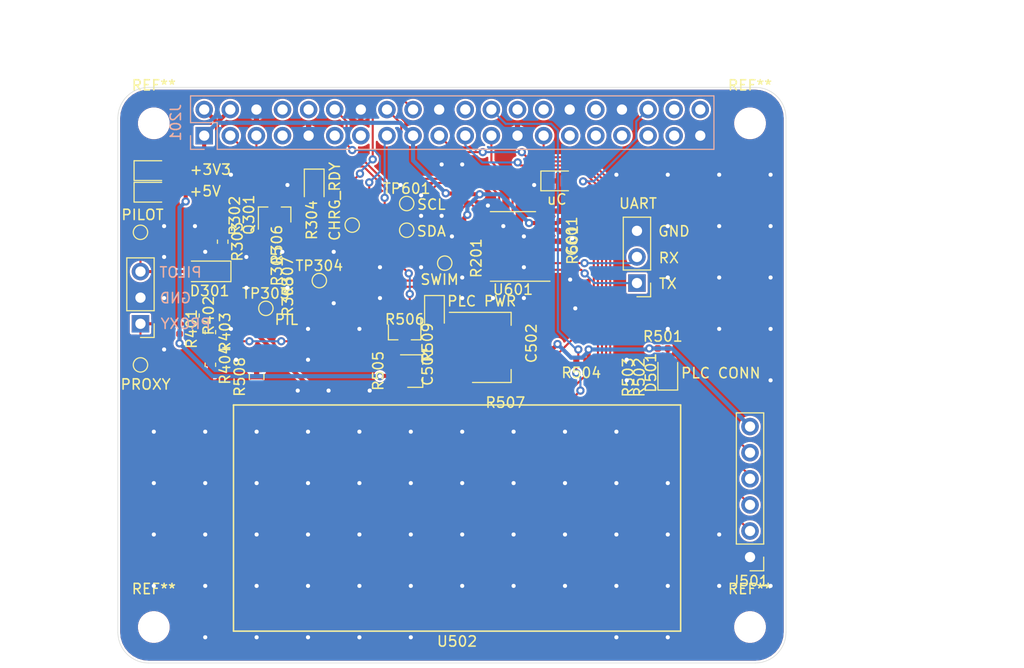
<source format=kicad_pcb>
(kicad_pcb (version 20171130) (host pcbnew "(5.1.6)-1")
  (layers (0 F.Cu signal) (31 B.Cu signal) (34 B.Paste user) (35 F.Paste user) (36 B.SilkS user) (37 F.SilkS user) (38 B.Mask user) (39 F.Mask user) (44 Edge.Cuts user))
  (net 0 "")
  (net 1 GND)
  (net 2 "Net-(C501-Pad1)")
  (net 3 "/PLC Interface/VDD")
  (net 4 "Net-(C601-Pad1)")
  (net 5 +3V3)
  (net 6 "Net-(D201-Pad2)")
  (net 7 "Net-(D202-Pad2)")
  (net 8 "Net-(D203-Pad2)")
  (net 9 /PILOT)
  (net 10 "Net-(D301-Pad1)")
  (net 11 "Net-(D501-Pad2)")
  (net 12 "/PLC Interface/GPIO_0")
  (net 13 "Net-(D502-Pad2)")
  (net 14 /PROXY)
  (net 15 "Net-(J201-Pad40)")
  (net 16 "Net-(J201-Pad38)")
  (net 17 "Net-(J201-Pad37)")
  (net 18 "/PLC Interface/INT")
  (net 19 "Net-(J201-Pad35)")
  (net 20 "Net-(J201-Pad33)")
  (net 21 "Net-(J201-Pad32)")
  (net 22 "Net-(J201-Pad31)")
  (net 23 "Net-(J201-Pad29)")
  (net 24 "Net-(J201-Pad28)")
  (net 25 "Net-(J201-Pad26)")
  (net 26 "/PLC Interface/CS")
  (net 27 "/PLC Interface/CLK")
  (net 28 "Net-(J201-Pad22)")
  (net 29 "/PLC Interface/MISO")
  (net 30 "/PLC Interface/MOSI")
  (net 31 "/Pilot EV/CHARDE_RDY")
  (net 32 /STM8/NRST)
  (net 33 /RaspberryPi/STM8_SWIM)
  (net 34 "Net-(J201-Pad13)")
  (net 35 "/PLC Interface/ENABLE")
  (net 36 /RaspberryPi/PLC_RESET)
  (net 37 "Net-(J201-Pad10)")
  (net 38 "Net-(J201-Pad8)")
  (net 39 "Net-(J201-Pad7)")
  (net 40 /RaspberryPi/SCL)
  (net 41 +5V)
  (net 42 /RaspberryPi/SDA)
  (net 43 "/PLC Interface/GPIO_1")
  (net 44 "/PLC Interface/GPIO_2")
  (net 45 "/PLC Interface/GPIO_3")
  (net 46 "Net-(Q301-Pad1)")
  (net 47 "Net-(Q501-Pad3)")
  (net 48 "Net-(R301-Pad2)")
  (net 49 "Net-(R302-Pad2)")
  (net 50 "Net-(R305-Pad1)")
  (net 51 /STM8/AIN3)
  (net 52 /STM8/AIN2)
  (net 53 "Net-(R507-Pad1)")
  (net 54 "Net-(R508-Pad1)")
  (net 55 "Net-(U601-Pad20)")
  (net 56 "Net-(U601-Pad17)")
  (net 57 "Net-(U601-Pad16)")
  (net 58 "Net-(U601-Pad15)")
  (net 59 "Net-(U601-Pad13)")
  (net 60 "Net-(U601-Pad10)")
  (net 61 "Net-(U601-Pad6)")
  (net 62 "Net-(U601-Pad1)")
  (net 63 "Net-(J201-Pad11)")
  (net 64 "Net-(D601-Pad2)")
  (net 65 /STM8/UART_RX)
  (net 66 /STM8/UART_TX)
  (net 67 "Net-(R601-Pad1)")
  (module Resistor_SMD:R_0402_1005Metric (layer F.Cu) (at 181.9 91.815 90)
    (fp_text reference R601 (at 0 -1.17 90) (layer F.SilkS))
    (fp_text value 200)
    (pad 2 smd roundrect (at 0.485 0 90) (size 0.59 0.64) (layers F.Cu F.Paste F.Mask) (net 64 "Net-(D601-Pad2)"))
    (pad 1 smd roundrect (at -0.485 0 90) (size 0.59 0.64) (layers F.Cu F.Paste F.Mask) (net 67 "Net-(R601-Pad1)"))
  )
  (module Connector_PinHeader_2.54mm:PinHeader_1x03_P2.54mm_Vertical (layer F.Cu) (at 187 95.54 180)
    (fp_text reference J601 hide)
    (fp_text value Conn_01x03)
    (pad 3 thru_hole oval (at 0 5.08 180) (size 1.7 1.7) (drill 1) (layers *.Cu *.Mask) (net 1 GND))
    (pad 2 thru_hole oval (at 0 2.54 180) (size 1.7 1.7) (drill 1) (layers *.Cu *.Mask) (net 65 /STM8/UART_RX))
    (pad 1 thru_hole rect (at 0 0 180) (size 1.7 1.7) (drill 1) (layers *.Cu *.Mask) (net 66 /STM8/UART_TX))
  )
  (module LED_SMD:LED_0805_2012Metric (layer F.Cu) (at 179.3375 85.6)
    (fp_text reference D601 hide)
    (fp_text value LED_0805)
    (pad 2 smd roundrect (at 0.9375 0) (size 0.975 1.4) (layers F.Cu F.Paste F.Mask) (net 64 "Net-(D601-Pad2)"))
    (pad 1 smd roundrect (at -0.9375 0) (size 0.975 1.4) (layers F.Cu F.Paste F.Mask) (net 1 GND))
  )
  (module TestPoint:TestPoint_Pad_D1.0mm (layer F.Cu) (at 168.3 93.6)
    (fp_text reference TP603 hide)
    (fp_text value TestPoint)
    (pad 1 smd circle (at 0 0) (size 1 1) (layers F.Cu F.Mask) (net 33 /RaspberryPi/STM8_SWIM))
  )
  (module TestPoint:TestPoint_Pad_D1.0mm (layer F.Cu) (at 164.6 90.4)
    (fp_text reference TP602 hide)
    (fp_text value TestPoint)
    (pad 1 smd circle (at 0 0) (size 1 1) (layers F.Cu F.Mask) (net 42 /RaspberryPi/SDA))
  )
  (module TestPoint:TestPoint_Pad_D1.0mm (layer F.Cu) (at 164.6 87.8)
    (fp_text reference TP601 (at 0 -1.448) (layer F.SilkS))
    (fp_text value TestPoint)
    (pad 1 smd circle (at 0 0) (size 1 1) (layers F.Cu F.Mask) (net 40 /RaspberryPi/SCL))
  )
  (module TestPoint:TestPoint_Pad_D1.0mm (layer F.Cu) (at 138.7 103.5)
    (fp_text reference TP401 hide)
    (fp_text value TestPoint)
    (pad 1 smd circle (at 0 0) (size 1 1) (layers F.Cu F.Mask) (net 14 /PROXY))
  )
  (module TestPoint:TestPoint_Pad_D1.0mm (layer F.Cu) (at 156.1 95.3)
    (fp_text reference TP304 (at 0 -1.448) (layer F.SilkS))
    (fp_text value TestPoint)
    (pad 1 smd circle (at 0 0) (size 1 1) (layers F.Cu F.Mask) (net 51 /STM8/AIN3))
  )
  (module TestPoint:TestPoint_Pad_D1.0mm (layer F.Cu) (at 150.9 98)
    (fp_text reference TP303 (at 0 -1.448) (layer F.SilkS))
    (fp_text value TestPoint)
    (pad 1 smd circle (at 0 0) (size 1 1) (layers F.Cu F.Mask) (net 10 "Net-(D301-Pad1)"))
  )
  (module TestPoint:TestPoint_Pad_D1.0mm (layer F.Cu) (at 159.3 89.9)
    (fp_text reference TP302 hide)
    (fp_text value TestPoint)
    (pad 1 smd circle (at 0 0) (size 1 1) (layers F.Cu F.Mask) (net 31 "/Pilot EV/CHARDE_RDY"))
  )
  (module TestPoint:TestPoint_Pad_D1.0mm (layer F.Cu) (at 138.7 90.6)
    (fp_text reference TP301 hide)
    (fp_text value TestPoint)
    (pad 1 smd circle (at 0 0) (size 1 1) (layers F.Cu F.Mask) (net 9 /PILOT))
  )
  (module Package_SO:TSSOP-20_4.4x6.5mm_P0.65mm (layer F.Cu) (at 174.9375 91.975 180)
    (fp_text reference U601 (at 0 -4.2) (layer F.SilkS))
    (fp_text value STM8S003F3P)
    (pad 20 smd roundrect (at 2.8625 -2.925 180) (size 1.475 0.4) (layers F.Cu F.Paste F.Mask) (net 55 "Net-(U601-Pad20)"))
    (pad 19 smd roundrect (at 2.8625 -2.275 180) (size 1.475 0.4) (layers F.Cu F.Paste F.Mask) (net 51 /STM8/AIN3))
    (pad 18 smd roundrect (at 2.8625 -1.625 180) (size 1.475 0.4) (layers F.Cu F.Paste F.Mask) (net 33 /RaspberryPi/STM8_SWIM))
    (pad 17 smd roundrect (at 2.8625 -0.975 180) (size 1.475 0.4) (layers F.Cu F.Paste F.Mask) (net 56 "Net-(U601-Pad17)"))
    (pad 16 smd roundrect (at 2.8625 -0.325 180) (size 1.475 0.4) (layers F.Cu F.Paste F.Mask) (net 57 "Net-(U601-Pad16)"))
    (pad 15 smd roundrect (at 2.8625 0.325 180) (size 1.475 0.4) (layers F.Cu F.Paste F.Mask) (net 58 "Net-(U601-Pad15)"))
    (pad 14 smd roundrect (at 2.8625 0.975 180) (size 1.475 0.4) (layers F.Cu F.Paste F.Mask) (net 52 /STM8/AIN2))
    (pad 13 smd roundrect (at 2.8625 1.625 180) (size 1.475 0.4) (layers F.Cu F.Paste F.Mask) (net 59 "Net-(U601-Pad13)"))
    (pad 12 smd roundrect (at 2.8625 2.275 180) (size 1.475 0.4) (layers F.Cu F.Paste F.Mask) (net 40 /RaspberryPi/SCL))
    (pad 11 smd roundrect (at 2.8625 2.925 180) (size 1.475 0.4) (layers F.Cu F.Paste F.Mask) (net 42 /RaspberryPi/SDA))
    (pad 10 smd roundrect (at -2.8625 2.925 180) (size 1.475 0.4) (layers F.Cu F.Paste F.Mask) (net 60 "Net-(U601-Pad10)"))
    (pad 9 smd roundrect (at -2.8625 2.275 180) (size 1.475 0.4) (layers F.Cu F.Paste F.Mask) (net 5 +3V3))
    (pad 8 smd roundrect (at -2.8625 1.625 180) (size 1.475 0.4) (layers F.Cu F.Paste F.Mask) (net 4 "Net-(C601-Pad1)"))
    (pad 7 smd roundrect (at -2.8625 0.975 180) (size 1.475 0.4) (layers F.Cu F.Paste F.Mask) (net 1 GND))
    (pad 6 smd roundrect (at -2.8625 0.325 180) (size 1.475 0.4) (layers F.Cu F.Paste F.Mask) (net 61 "Net-(U601-Pad6)"))
    (pad 5 smd roundrect (at -2.8625 -0.325 180) (size 1.475 0.4) (layers F.Cu F.Paste F.Mask) (net 67 "Net-(R601-Pad1)"))
    (pad 4 smd roundrect (at -2.8625 -0.975 180) (size 1.475 0.4) (layers F.Cu F.Paste F.Mask) (net 32 /STM8/NRST))
    (pad 3 smd roundrect (at -2.8625 -1.625 180) (size 1.475 0.4) (layers F.Cu F.Paste F.Mask) (net 65 /STM8/UART_RX))
    (pad 2 smd roundrect (at -2.8625 -2.275 180) (size 1.475 0.4) (layers F.Cu F.Paste F.Mask) (net 66 /STM8/UART_TX))
    (pad 1 smd roundrect (at -2.8625 -2.925 180) (size 1.475 0.4) (layers F.Cu F.Paste F.Mask) (net 62 "Net-(U601-Pad1)"))
  )
  (module mod:PLC_Stamp_mini_2 (layer F.Cu) (at 169.5 118.4)
    (fp_text reference U502 (at 0 12) (layer F.SilkS))
    (fp_text value PLC_Stamp_mini_2)
    (pad 25 smd rect (at 10.32 10.66) (size 0.85 1.7) (layers F.Cu F.Paste F.Mask) (net 1 GND))
    (pad 24 smd rect (at 9.05 10.66) (size 0.85 1.7) (layers F.Cu F.Paste F.Mask) (net 1 GND))
    (pad 23 smd rect (at 7.78 10.66) (size 0.85 1.7) (layers F.Cu F.Paste F.Mask) (net 1 GND))
    (pad 22 smd rect (at 6.51 10.66) (size 0.85 1.7) (layers F.Cu F.Paste F.Mask) (net 1 GND))
    (pad 21 smd rect (at 5.24 10.66) (size 0.85 1.7) (layers F.Cu F.Paste F.Mask) (net 1 GND))
    (pad 20 smd rect (at 3.97 10.66) (size 0.85 1.7) (layers F.Cu F.Paste F.Mask) (net 1 GND))
    (pad 19 smd rect (at 2.7 10.66) (size 0.85 1.7) (layers F.Cu F.Paste F.Mask) (net 1 GND))
    (pad 18 smd rect (at 1.43 10.66) (size 0.85 1.7) (layers F.Cu F.Paste F.Mask) (net 1 GND))
    (pad 17 smd rect (at -20.16 -10.66) (size 0.85 1.7) (layers F.Cu F.Paste F.Mask) (net 54 "Net-(R508-Pad1)"))
    (pad 16 smd rect (at -18.89 -10.66) (size 0.85 1.7) (layers F.Cu F.Paste F.Mask) (net 54 "Net-(R508-Pad1)"))
    (pad 15 smd rect (at -8.73 -10.66) (size 0.85 1.7) (layers F.Cu F.Paste F.Mask) (net 9 /PILOT))
    (pad 13 smd rect (at 5.24 -10.66) (size 0.85 1.7) (layers F.Cu F.Paste F.Mask) (net 53 "Net-(R507-Pad1)"))
    (pad 12 smd rect (at 6.51 -10.66) (size 0.85 1.7) (layers F.Cu F.Paste F.Mask) (net 3 "/PLC Interface/VDD"))
    (pad 11 smd rect (at 7.78 -10.66) (size 0.85 1.7) (layers F.Cu F.Paste F.Mask) (net 1 GND))
    (pad 10 smd rect (at 9.05 -10.66) (size 0.85 1.7) (layers F.Cu F.Paste F.Mask) (net 18 "/PLC Interface/INT"))
    (pad 9 smd rect (at 10.32 -10.66) (size 0.85 1.7) (layers F.Cu F.Paste F.Mask) (net 27 "/PLC Interface/CLK"))
    (pad 8 smd rect (at 11.59 -10.66) (size 0.85 1.7) (layers F.Cu F.Paste F.Mask) (net 26 "/PLC Interface/CS"))
    (pad 7 smd rect (at 12.86 -10.66) (size 0.85 1.7) (layers F.Cu F.Paste F.Mask) (net 29 "/PLC Interface/MISO"))
    (pad 6 smd rect (at 14.13 -10.66) (size 0.85 1.7) (layers F.Cu F.Paste F.Mask) (net 30 "/PLC Interface/MOSI"))
    (pad 5 smd rect (at 15.4 -10.66) (size 0.85 1.7) (layers F.Cu F.Paste F.Mask) (net 36 /RaspberryPi/PLC_RESET))
    (pad 4 smd rect (at 16.67 -10.66) (size 0.85 1.7) (layers F.Cu F.Paste F.Mask) (net 45 "/PLC Interface/GPIO_3"))
    (pad 3 smd rect (at 17.94 -10.66) (size 0.85 1.7) (layers F.Cu F.Paste F.Mask) (net 44 "/PLC Interface/GPIO_2"))
    (pad 2 smd rect (at 19.21 -10.66) (size 0.85 1.7) (layers F.Cu F.Paste F.Mask) (net 43 "/PLC Interface/GPIO_1"))
    (pad 1 smd rect (at 20.48 -10.66) (size 0.85 1.7) (layers F.Cu F.Paste F.Mask) (net 12 "/PLC Interface/GPIO_0"))
  )
  (module Package_TO_SOT_SMD:SOT-223-3_TabPin2 (layer F.Cu) (at 172.85 101.8)
    (fp_text reference U501 hide)
    (fp_text value AMS1117-3.3)
    (pad 1 smd rect (at -3.15 -2.3) (size 2 1.5) (layers F.Cu F.Paste F.Mask) (net 1 GND))
    (pad 3 smd rect (at -3.15 2.3) (size 2 1.5) (layers F.Cu F.Paste F.Mask) (net 2 "Net-(C501-Pad1)"))
    (pad 2 smd rect (at -3.15 0) (size 2 1.5) (layers F.Cu F.Paste F.Mask) (net 3 "/PLC Interface/VDD"))
    (pad 2 smd rect (at 3.15 0) (size 2 3.8) (layers F.Cu F.Paste F.Mask) (net 3 "/PLC Interface/VDD"))
  )
  (module Resistor_SMD:R_0402_1005Metric (layer F.Cu) (at 167.8 101.315 90)
    (fp_text reference R509 (at 0 -1.17 90) (layer F.SilkS))
    (fp_text value 200)
    (pad 2 smd roundrect (at 0.485 0 90) (size 0.59 0.64) (layers F.Cu F.Paste F.Mask) (net 13 "Net-(D502-Pad2)"))
    (pad 1 smd roundrect (at -0.485 0 90) (size 0.59 0.64) (layers F.Cu F.Paste F.Mask) (net 3 "/PLC Interface/VDD"))
  )
  (module Resistor_SMD:R_0805_2012Metric (layer F.Cu) (at 150 104.6625 90)
    (fp_text reference R508 (at 0 -1.65 90) (layer F.SilkS))
    (fp_text value 0)
    (pad 2 smd roundrect (at 0.9375 0 90) (size 0.975 1.4) (layers F.Cu F.Paste F.Mask) (net 1 GND))
    (pad 1 smd roundrect (at -0.9375 0 90) (size 0.975 1.4) (layers F.Cu F.Paste F.Mask) (net 54 "Net-(R508-Pad1)"))
  )
  (module Resistor_SMD:R_0402_1005Metric (layer F.Cu) (at 174.2 106 180)
    (fp_text reference R507 (at 0 -1.17) (layer F.SilkS))
    (fp_text value 10k)
    (pad 2 smd roundrect (at 0.485 0 180) (size 0.59 0.64) (layers F.Cu F.Paste F.Mask) (net 1 GND))
    (pad 1 smd roundrect (at -0.485 0 180) (size 0.59 0.64) (layers F.Cu F.Paste F.Mask) (net 53 "Net-(R507-Pad1)"))
  )
  (module Resistor_SMD:R_0402_1005Metric (layer F.Cu) (at 164.415 97.9 180)
    (fp_text reference R506 (at 0 -1.17) (layer F.SilkS))
    (fp_text value 10k)
    (pad 2 smd roundrect (at 0.485 0 180) (size 0.59 0.64) (layers F.Cu F.Paste F.Mask) (net 1 GND))
    (pad 1 smd roundrect (at -0.485 0 180) (size 0.59 0.64) (layers F.Cu F.Paste F.Mask) (net 35 "/PLC Interface/ENABLE"))
  )
  (module Resistor_SMD:R_0402_1005Metric (layer F.Cu) (at 163 104.085 90)
    (fp_text reference R505 (at 0 -1.17 90) (layer F.SilkS))
    (fp_text value 10k)
    (pad 2 smd roundrect (at 0.485 0 90) (size 0.59 0.64) (layers F.Cu F.Paste F.Mask) (net 47 "Net-(Q501-Pad3)"))
    (pad 1 smd roundrect (at -0.485 0 90) (size 0.59 0.64) (layers F.Cu F.Paste F.Mask) (net 41 +5V))
  )
  (module Resistor_SMD:R_0402_1005Metric (layer F.Cu) (at 181.585 103.1 180)
    (fp_text reference R504 (at 0 -1.17) (layer F.SilkS))
    (fp_text value 2k2)
    (pad 2 smd roundrect (at 0.485 0 180) (size 0.59 0.64) (layers F.Cu F.Paste F.Mask) (net 26 "/PLC Interface/CS"))
    (pad 1 smd roundrect (at -0.485 0 180) (size 0.59 0.64) (layers F.Cu F.Paste F.Mask) (net 3 "/PLC Interface/VDD"))
  )
  (module Resistor_SMD:R_0402_1005Metric (layer F.Cu) (at 187.3 104.715 90)
    (fp_text reference R503 (at 0 -1.17 90) (layer F.SilkS))
    (fp_text value 2k2)
    (pad 2 smd roundrect (at 0.485 0 90) (size 0.59 0.64) (layers F.Cu F.Paste F.Mask) (net 1 GND))
    (pad 1 smd roundrect (at -0.485 0 90) (size 0.59 0.64) (layers F.Cu F.Paste F.Mask) (net 44 "/PLC Interface/GPIO_2"))
  )
  (module Resistor_SMD:R_0402_1005Metric (layer F.Cu) (at 188.4 104.715 90)
    (fp_text reference R502 (at 0 -1.17 90) (layer F.SilkS))
    (fp_text value 2k2)
    (pad 2 smd roundrect (at 0.485 0 90) (size 0.59 0.64) (layers F.Cu F.Paste F.Mask) (net 1 GND))
    (pad 1 smd roundrect (at -0.485 0 90) (size 0.59 0.64) (layers F.Cu F.Paste F.Mask) (net 43 "/PLC Interface/GPIO_1"))
  )
  (module Resistor_SMD:R_0402_1005Metric (layer F.Cu) (at 189.515 101.9)
    (fp_text reference R501 (at 0 -1.17) (layer F.SilkS))
    (fp_text value 1k)
    (pad 2 smd roundrect (at 0.485 0) (size 0.59 0.64) (layers F.Cu F.Paste F.Mask) (net 11 "Net-(D501-Pad2)"))
    (pad 1 smd roundrect (at -0.485 0) (size 0.59 0.64) (layers F.Cu F.Paste F.Mask) (net 3 "/PLC Interface/VDD"))
  )
  (module Resistor_SMD:R_0603_1608Metric (layer F.Cu) (at 145.5 103.4875 270)
    (fp_text reference R404 (at 0 -1.43 90) (layer F.SilkS))
    (fp_text value 82k)
    (pad 2 smd roundrect (at 0.7875 0 270) (size 0.875 0.95) (layers F.Cu F.Paste F.Mask) (net 1 GND))
    (pad 1 smd roundrect (at -0.7875 0 270) (size 0.875 0.95) (layers F.Cu F.Paste F.Mask) (net 52 /STM8/AIN2))
  )
  (module Resistor_SMD:R_0603_1608Metric (layer F.Cu) (at 145.5 100.3125 270)
    (fp_text reference R403 (at 0 -1.43 90) (layer F.SilkS))
    (fp_text value 30k)
    (pad 2 smd roundrect (at 0.7875 0 270) (size 0.875 0.95) (layers F.Cu F.Paste F.Mask) (net 52 /STM8/AIN2))
    (pad 1 smd roundrect (at -0.7875 0 270) (size 0.875 0.95) (layers F.Cu F.Paste F.Mask) (net 14 /PROXY))
  )
  (module Resistor_SMD:R_0603_1608Metric (layer F.Cu) (at 143.9 98.7 270)
    (fp_text reference R402 (at 0 -1.43 90) (layer F.SilkS))
    (fp_text value 2k7)
    (pad 2 smd roundrect (at 0.7875 0 270) (size 0.875 0.95) (layers F.Cu F.Paste F.Mask) (net 14 /PROXY))
    (pad 1 smd roundrect (at -0.7875 0 270) (size 0.875 0.95) (layers F.Cu F.Paste F.Mask) (net 1 GND))
  )
  (module Resistor_SMD:R_0402_1005Metric (layer F.Cu) (at 142.5 100 270)
    (fp_text reference R401 (at 0 -1.17 90) (layer F.SilkS))
    (fp_text value 330)
    (pad 2 smd roundrect (at 0.485 0 270) (size 0.59 0.64) (layers F.Cu F.Paste F.Mask) (net 41 +5V))
    (pad 1 smd roundrect (at -0.485 0 270) (size 0.59 0.64) (layers F.Cu F.Paste F.Mask) (net 14 /PROXY))
  )
  (module Resistor_SMD:R_0402_1005Metric (layer F.Cu) (at 154.2 96.885 90)
    (fp_text reference R308 (at 0 -1.17 90) (layer F.SilkS))
    (fp_text value 18k)
    (pad 2 smd roundrect (at 0.485 0 90) (size 0.59 0.64) (layers F.Cu F.Paste F.Mask) (net 51 /STM8/AIN3))
    (pad 1 smd roundrect (at -0.485 0 90) (size 0.59 0.64) (layers F.Cu F.Paste F.Mask) (net 1 GND))
  )
  (module Resistor_SMD:R_0402_1005Metric (layer F.Cu) (at 154.2 94.885 90)
    (fp_text reference R307 (at 0 -1.17 90) (layer F.SilkS))
    (fp_text value 47k)
    (pad 2 smd roundrect (at 0.485 0 90) (size 0.59 0.64) (layers F.Cu F.Paste F.Mask) (net 10 "Net-(D301-Pad1)"))
    (pad 1 smd roundrect (at -0.485 0 90) (size 0.59 0.64) (layers F.Cu F.Paste F.Mask) (net 51 /STM8/AIN3))
  )
  (module Resistor_SMD:R_0402_1005Metric (layer F.Cu) (at 150.8 91.815 270)
    (fp_text reference R306 (at 0 -1.17 90) (layer F.SilkS))
    (fp_text value 100)
    (pad 2 smd roundrect (at 0.485 0 270) (size 0.59 0.64) (layers F.Cu F.Paste F.Mask) (net 50 "Net-(R305-Pad1)"))
    (pad 1 smd roundrect (at -0.485 0 270) (size 0.59 0.64) (layers F.Cu F.Paste F.Mask) (net 46 "Net-(Q301-Pad1)"))
  )
  (module Resistor_SMD:R_0402_1005Metric (layer F.Cu) (at 150.8 93.915 270)
    (fp_text reference R305 (at 0 -1.17 90) (layer F.SilkS))
    (fp_text value 1k2)
    (pad 2 smd roundrect (at 0.485 0 270) (size 0.59 0.64) (layers F.Cu F.Paste F.Mask) (net 10 "Net-(D301-Pad1)"))
    (pad 1 smd roundrect (at -0.485 0 270) (size 0.59 0.64) (layers F.Cu F.Paste F.Mask) (net 50 "Net-(R305-Pad1)"))
  )
  (module Resistor_SMD:R_0402_1005Metric (layer F.Cu) (at 154.2 89.415 270)
    (fp_text reference R304 (at 0 -1.17 90) (layer F.SilkS))
    (fp_text value 10k)
    (pad 2 smd roundrect (at 0.485 0 270) (size 0.59 0.64) (layers F.Cu F.Paste F.Mask) (net 31 "/Pilot EV/CHARDE_RDY"))
    (pad 1 smd roundrect (at -0.485 0 270) (size 0.59 0.64) (layers F.Cu F.Paste F.Mask) (net 1 GND))
  )
  (module Resistor_SMD:R_0603_1608Metric (layer F.Cu) (at 146.7 91.5125 270)
    (fp_text reference R303 (at 0 -1.43 90) (layer F.SilkS))
    (fp_text value 2k7)
    (pad 2 smd roundrect (at 0.7875 0 270) (size 0.875 0.95) (layers F.Cu F.Paste F.Mask) (net 10 "Net-(D301-Pad1)"))
    (pad 1 smd roundrect (at -0.7875 0 270) (size 0.875 0.95) (layers F.Cu F.Paste F.Mask) (net 49 "Net-(R302-Pad2)"))
  )
  (module Resistor_SMD:R_0402_1005Metric (layer F.Cu) (at 146.7 88.985 270)
    (fp_text reference R302 (at 0 -1.17 90) (layer F.SilkS))
    (fp_text value 200)
    (pad 2 smd roundrect (at 0.485 0 270) (size 0.59 0.64) (layers F.Cu F.Paste F.Mask) (net 49 "Net-(R302-Pad2)"))
    (pad 1 smd roundrect (at -0.485 0 270) (size 0.59 0.64) (layers F.Cu F.Paste F.Mask) (net 48 "Net-(R301-Pad2)"))
  )
  (module Resistor_SMD:R_0402_1005Metric (layer F.Cu) (at 145.185 88.5)
    (fp_text reference R301 hide)
    (fp_text value 200)
    (pad 2 smd roundrect (at 0.485 0) (size 0.59 0.64) (layers F.Cu F.Paste F.Mask) (net 48 "Net-(R301-Pad2)"))
    (pad 1 smd roundrect (at -0.485 0) (size 0.59 0.64) (layers F.Cu F.Paste F.Mask) (net 1 GND))
  )
  (module Resistor_SMD:R_0402_1005Metric (layer F.Cu) (at 169.4 87.315 270)
    (fp_text reference R207 hide)
    (fp_text value 2k2)
    (pad 2 smd roundrect (at 0.485 0 270) (size 0.59 0.64) (layers F.Cu F.Paste F.Mask) (net 40 /RaspberryPi/SCL))
    (pad 1 smd roundrect (at -0.485 0 270) (size 0.59 0.64) (layers F.Cu F.Paste F.Mask) (net 5 +3V3))
  )
  (module Resistor_SMD:R_0402_1005Metric (layer F.Cu) (at 170.5 87.315 270)
    (fp_text reference R206 hide)
    (fp_text value 2k2)
    (pad 2 smd roundrect (at 0.485 0 270) (size 0.59 0.64) (layers F.Cu F.Paste F.Mask) (net 42 /RaspberryPi/SDA))
    (pad 1 smd roundrect (at -0.485 0 270) (size 0.59 0.64) (layers F.Cu F.Paste F.Mask) (net 5 +3V3))
  )
  (module Resistor_SMD:R_0402_1005Metric (layer F.Cu) (at 142.585 86.7 180)
    (fp_text reference R205 hide)
    (fp_text value 300)
    (pad 2 smd roundrect (at 0.485 0 180) (size 0.59 0.64) (layers F.Cu F.Paste F.Mask) (net 8 "Net-(D203-Pad2)"))
    (pad 1 smd roundrect (at -0.485 0 180) (size 0.59 0.64) (layers F.Cu F.Paste F.Mask) (net 41 +5V))
  )
  (module Resistor_SMD:R_0402_1005Metric (layer F.Cu) (at 142.585 84.6 180)
    (fp_text reference R203 hide)
    (fp_text value 200)
    (pad 2 smd roundrect (at 0.485 0 180) (size 0.59 0.64) (layers F.Cu F.Paste F.Mask) (net 7 "Net-(D202-Pad2)"))
    (pad 1 smd roundrect (at -0.485 0 180) (size 0.59 0.64) (layers F.Cu F.Paste F.Mask) (net 5 +3V3))
  )
  (module Resistor_SMD:R_0402_1005Metric (layer F.Cu) (at 155.6 89.415 90)
    (fp_text reference R202 hide)
    (fp_text value 200)
    (pad 2 smd roundrect (at 0.485 0 90) (size 0.59 0.64) (layers F.Cu F.Paste F.Mask) (net 6 "Net-(D201-Pad2)"))
    (pad 1 smd roundrect (at -0.485 0 90) (size 0.59 0.64) (layers F.Cu F.Paste F.Mask) (net 31 "/Pilot EV/CHARDE_RDY"))
  )
  (module Resistor_SMD:R_0402_1005Metric (layer F.Cu) (at 170.2 93.115 270)
    (fp_text reference R201 (at 0 -1.17 90) (layer F.SilkS))
    (fp_text value 2k2)
    (pad 2 smd roundrect (at 0.485 0 270) (size 0.59 0.64) (layers F.Cu F.Paste F.Mask) (net 33 /RaspberryPi/STM8_SWIM))
    (pad 1 smd roundrect (at -0.485 0 270) (size 0.59 0.64) (layers F.Cu F.Paste F.Mask) (net 5 +3V3))
  )
  (module Package_TO_SOT_SMD:SOT-23 (layer F.Cu) (at 165.4 104.1)
    (fp_text reference Q502 hide)
    (fp_text value AO3401A)
    (pad 3 smd rect (at 1 0) (size 0.9 0.8) (layers F.Cu F.Paste F.Mask) (net 2 "Net-(C501-Pad1)"))
    (pad 2 smd rect (at -1 0.95) (size 0.9 0.8) (layers F.Cu F.Paste F.Mask) (net 41 +5V))
    (pad 1 smd rect (at -1 -0.95) (size 0.9 0.8) (layers F.Cu F.Paste F.Mask) (net 47 "Net-(Q501-Pad3)"))
  )
  (module Package_TO_SOT_SMD:SOT-23 (layer F.Cu) (at 164.4 100.3 270)
    (fp_text reference Q501 hide)
    (fp_text value AO3400A)
    (pad 3 smd rect (at 1 0 270) (size 0.9 0.8) (layers F.Cu F.Paste F.Mask) (net 47 "Net-(Q501-Pad3)"))
    (pad 2 smd rect (at -1 0.95 270) (size 0.9 0.8) (layers F.Cu F.Paste F.Mask) (net 1 GND))
    (pad 1 smd rect (at -1 -0.95 270) (size 0.9 0.8) (layers F.Cu F.Paste F.Mask) (net 35 "/PLC Interface/ENABLE"))
  )
  (module Package_TO_SOT_SMD:SOT-23 (layer F.Cu) (at 151.75 88.9 90)
    (fp_text reference Q301 (at 0 -2.5 90) (layer F.SilkS))
    (fp_text value AO3400A)
    (pad 3 smd rect (at 1 0 90) (size 0.9 0.8) (layers F.Cu F.Paste F.Mask) (net 1 GND))
    (pad 2 smd rect (at -1 0.95 90) (size 0.9 0.8) (layers F.Cu F.Paste F.Mask) (net 31 "/Pilot EV/CHARDE_RDY"))
    (pad 1 smd rect (at -1 -0.95 90) (size 0.9 0.8) (layers F.Cu F.Paste F.Mask) (net 46 "Net-(Q301-Pad1)"))
  )
  (module Connector_PinHeader_2.54mm:PinHeader_1x06_P2.54mm_Vertical (layer F.Cu) (at 198 122.2 180)
    (fp_text reference J501 (at 0 -2.33) (layer F.SilkS))
    (fp_text value GPIO)
    (pad 6 thru_hole oval (at 0 12.7 180) (size 1.7 1.7) (drill 1) (layers *.Cu *.Mask) (net 3 "/PLC Interface/VDD"))
    (pad 5 thru_hole oval (at 0 10.16 180) (size 1.7 1.7) (drill 1) (layers *.Cu *.Mask) (net 12 "/PLC Interface/GPIO_0"))
    (pad 4 thru_hole oval (at 0 7.62 180) (size 1.7 1.7) (drill 1) (layers *.Cu *.Mask) (net 43 "/PLC Interface/GPIO_1"))
    (pad 3 thru_hole oval (at 0 5.08 180) (size 1.7 1.7) (drill 1) (layers *.Cu *.Mask) (net 44 "/PLC Interface/GPIO_2"))
    (pad 2 thru_hole oval (at 0 2.54 180) (size 1.7 1.7) (drill 1) (layers *.Cu *.Mask) (net 45 "/PLC Interface/GPIO_3"))
    (pad 1 thru_hole rect (at 0 0 180) (size 1.7 1.7) (drill 1) (layers *.Cu *.Mask) (net 1 GND))
  )
  (module Connector_PinSocket_2.54mm:PinSocket_2x20_P2.54mm_Vertical (layer B.Cu) (at 144.9 81.2 270)
    (fp_text reference J201 (at -1.27 2.77 90) (layer B.SilkS) (effects (justify mirror)))
    (fp_text value Raspberry_Pi_2_3)
    (pad 40 thru_hole oval (at -2.54 -48.26 270) (size 1.7 1.7) (drill 1) (layers *.Cu *.Mask) (net 15 "Net-(J201-Pad40)"))
    (pad 39 thru_hole oval (at 0 -48.26 270) (size 1.7 1.7) (drill 1) (layers *.Cu *.Mask) (net 1 GND))
    (pad 38 thru_hole oval (at -2.54 -45.72 270) (size 1.7 1.7) (drill 1) (layers *.Cu *.Mask) (net 16 "Net-(J201-Pad38)"))
    (pad 37 thru_hole oval (at 0 -45.72 270) (size 1.7 1.7) (drill 1) (layers *.Cu *.Mask) (net 17 "Net-(J201-Pad37)"))
    (pad 36 thru_hole oval (at -2.54 -43.18 270) (size 1.7 1.7) (drill 1) (layers *.Cu *.Mask) (net 18 "/PLC Interface/INT"))
    (pad 35 thru_hole oval (at 0 -43.18 270) (size 1.7 1.7) (drill 1) (layers *.Cu *.Mask) (net 19 "Net-(J201-Pad35)"))
    (pad 34 thru_hole oval (at -2.54 -40.64 270) (size 1.7 1.7) (drill 1) (layers *.Cu *.Mask) (net 1 GND))
    (pad 33 thru_hole oval (at 0 -40.64 270) (size 1.7 1.7) (drill 1) (layers *.Cu *.Mask) (net 20 "Net-(J201-Pad33)"))
    (pad 32 thru_hole oval (at -2.54 -38.1 270) (size 1.7 1.7) (drill 1) (layers *.Cu *.Mask) (net 21 "Net-(J201-Pad32)"))
    (pad 31 thru_hole oval (at 0 -38.1 270) (size 1.7 1.7) (drill 1) (layers *.Cu *.Mask) (net 22 "Net-(J201-Pad31)"))
    (pad 30 thru_hole oval (at -2.54 -35.56 270) (size 1.7 1.7) (drill 1) (layers *.Cu *.Mask) (net 1 GND))
    (pad 29 thru_hole oval (at 0 -35.56 270) (size 1.7 1.7) (drill 1) (layers *.Cu *.Mask) (net 23 "Net-(J201-Pad29)"))
    (pad 28 thru_hole oval (at -2.54 -33.02 270) (size 1.7 1.7) (drill 1) (layers *.Cu *.Mask) (net 24 "Net-(J201-Pad28)"))
    (pad 27 thru_hole oval (at 0 -33.02 270) (size 1.7 1.7) (drill 1) (layers *.Cu *.Mask) (net 36 /RaspberryPi/PLC_RESET))
    (pad 26 thru_hole oval (at -2.54 -30.48 270) (size 1.7 1.7) (drill 1) (layers *.Cu *.Mask) (net 25 "Net-(J201-Pad26)"))
    (pad 25 thru_hole oval (at 0 -30.48 270) (size 1.7 1.7) (drill 1) (layers *.Cu *.Mask) (net 1 GND))
    (pad 24 thru_hole oval (at -2.54 -27.94 270) (size 1.7 1.7) (drill 1) (layers *.Cu *.Mask) (net 26 "/PLC Interface/CS"))
    (pad 23 thru_hole oval (at 0 -27.94 270) (size 1.7 1.7) (drill 1) (layers *.Cu *.Mask) (net 27 "/PLC Interface/CLK"))
    (pad 22 thru_hole oval (at -2.54 -25.4 270) (size 1.7 1.7) (drill 1) (layers *.Cu *.Mask) (net 28 "Net-(J201-Pad22)"))
    (pad 21 thru_hole oval (at 0 -25.4 270) (size 1.7 1.7) (drill 1) (layers *.Cu *.Mask) (net 29 "/PLC Interface/MISO"))
    (pad 20 thru_hole oval (at -2.54 -22.86 270) (size 1.7 1.7) (drill 1) (layers *.Cu *.Mask) (net 1 GND))
    (pad 19 thru_hole oval (at 0 -22.86 270) (size 1.7 1.7) (drill 1) (layers *.Cu *.Mask) (net 30 "/PLC Interface/MOSI"))
    (pad 18 thru_hole oval (at -2.54 -20.32 270) (size 1.7 1.7) (drill 1) (layers *.Cu *.Mask) (net 31 "/Pilot EV/CHARDE_RDY"))
    (pad 17 thru_hole oval (at 0 -20.32 270) (size 1.7 1.7) (drill 1) (layers *.Cu *.Mask) (net 5 +3V3))
    (pad 16 thru_hole oval (at -2.54 -17.78 270) (size 1.7 1.7) (drill 1) (layers *.Cu *.Mask) (net 32 /STM8/NRST))
    (pad 15 thru_hole oval (at 0 -17.78 270) (size 1.7 1.7) (drill 1) (layers *.Cu *.Mask) (net 33 /RaspberryPi/STM8_SWIM))
    (pad 14 thru_hole oval (at -2.54 -15.24 270) (size 1.7 1.7) (drill 1) (layers *.Cu *.Mask) (net 1 GND))
    (pad 13 thru_hole oval (at 0 -15.24 270) (size 1.7 1.7) (drill 1) (layers *.Cu *.Mask) (net 34 "Net-(J201-Pad13)"))
    (pad 12 thru_hole oval (at -2.54 -12.7 270) (size 1.7 1.7) (drill 1) (layers *.Cu *.Mask) (net 35 "/PLC Interface/ENABLE"))
    (pad 11 thru_hole oval (at 0 -12.7 270) (size 1.7 1.7) (drill 1) (layers *.Cu *.Mask) (net 63 "Net-(J201-Pad11)"))
    (pad 10 thru_hole oval (at -2.54 -10.16 270) (size 1.7 1.7) (drill 1) (layers *.Cu *.Mask) (net 37 "Net-(J201-Pad10)"))
    (pad 9 thru_hole oval (at 0 -10.16 270) (size 1.7 1.7) (drill 1) (layers *.Cu *.Mask) (net 1 GND))
    (pad 8 thru_hole oval (at -2.54 -7.62 270) (size 1.7 1.7) (drill 1) (layers *.Cu *.Mask) (net 38 "Net-(J201-Pad8)"))
    (pad 7 thru_hole oval (at 0 -7.62 270) (size 1.7 1.7) (drill 1) (layers *.Cu *.Mask) (net 39 "Net-(J201-Pad7)"))
    (pad 6 thru_hole oval (at -2.54 -5.08 270) (size 1.7 1.7) (drill 1) (layers *.Cu *.Mask) (net 1 GND))
    (pad 5 thru_hole oval (at 0 -5.08 270) (size 1.7 1.7) (drill 1) (layers *.Cu *.Mask) (net 40 /RaspberryPi/SCL))
    (pad 4 thru_hole oval (at -2.54 -2.54 270) (size 1.7 1.7) (drill 1) (layers *.Cu *.Mask) (net 41 +5V))
    (pad 3 thru_hole oval (at 0 -2.54 270) (size 1.7 1.7) (drill 1) (layers *.Cu *.Mask) (net 42 /RaspberryPi/SDA))
    (pad 2 thru_hole oval (at -2.54 0 270) (size 1.7 1.7) (drill 1) (layers *.Cu *.Mask) (net 41 +5V))
    (pad 1 thru_hole rect (at 0 0 270) (size 1.7 1.7) (drill 1) (layers *.Cu *.Mask) (net 5 +3V3))
  )
  (module Connector_PinHeader_2.54mm:PinHeader_1x03_P2.54mm_Vertical (layer F.Cu) (at 138.7 99.5 180)
    (fp_text reference J101 hide)
    (fp_text value Conn_01x03)
    (pad 3 thru_hole oval (at 0 5.08 180) (size 1.7 1.7) (drill 1) (layers *.Cu *.Mask) (net 9 /PILOT))
    (pad 2 thru_hole oval (at 0 2.54 180) (size 1.7 1.7) (drill 1) (layers *.Cu *.Mask) (net 1 GND))
    (pad 1 thru_hole rect (at 0 0 180) (size 1.7 1.7) (drill 1) (layers *.Cu *.Mask) (net 14 /PROXY))
  )
  (module LED_SMD:LED_0805_2012Metric (layer F.Cu) (at 167.3 98.4375 270)
    (fp_text reference D502 hide)
    (fp_text value LED_0805)
    (pad 2 smd roundrect (at 0.9375 0 270) (size 0.975 1.4) (layers F.Cu F.Paste F.Mask) (net 13 "Net-(D502-Pad2)"))
    (pad 1 smd roundrect (at -0.9375 0 270) (size 0.975 1.4) (layers F.Cu F.Paste F.Mask) (net 1 GND))
  )
  (module LED_SMD:LED_0805_2012Metric (layer F.Cu) (at 190 104.2625 90)
    (fp_text reference D501 (at 0 -1.65 90) (layer F.SilkS))
    (fp_text value LED_0805)
    (pad 2 smd roundrect (at 0.9375 0 90) (size 0.975 1.4) (layers F.Cu F.Paste F.Mask) (net 11 "Net-(D501-Pad2)"))
    (pad 1 smd roundrect (at -0.9375 0 90) (size 0.975 1.4) (layers F.Cu F.Paste F.Mask) (net 12 "/PLC Interface/GPIO_0"))
  )
  (module Diode_SMD:D_SOD-123F (layer F.Cu) (at 145.3 94.4 180)
    (fp_text reference D301 (at -0.127 -1.905) (layer F.SilkS))
    (fp_text value SM4007PL)
    (pad 2 smd rect (at 1.4 0 180) (size 1.1 1.1) (layers F.Cu F.Paste F.Mask) (net 9 /PILOT))
    (pad 1 smd rect (at -1.4 0 180) (size 1.1 1.1) (layers F.Cu F.Paste F.Mask) (net 10 "Net-(D301-Pad1)"))
  )
  (module LED_SMD:LED_0805_2012Metric (layer F.Cu) (at 139.7625 86.7)
    (fp_text reference D203 hide)
    (fp_text value LED_0805)
    (pad 2 smd roundrect (at 0.9375 0) (size 0.975 1.4) (layers F.Cu F.Paste F.Mask) (net 8 "Net-(D203-Pad2)"))
    (pad 1 smd roundrect (at -0.9375 0) (size 0.975 1.4) (layers F.Cu F.Paste F.Mask) (net 1 GND))
  )
  (module LED_SMD:LED_0805_2012Metric (layer F.Cu) (at 139.7625 84.6)
    (fp_text reference D202 hide)
    (fp_text value LED_0805)
    (pad 2 smd roundrect (at 0.9375 0) (size 0.975 1.4) (layers F.Cu F.Paste F.Mask) (net 7 "Net-(D202-Pad2)"))
    (pad 1 smd roundrect (at -0.9375 0) (size 0.975 1.4) (layers F.Cu F.Paste F.Mask) (net 1 GND))
  )
  (module LED_SMD:LED_0805_2012Metric (layer F.Cu) (at 155.6 86.1375 270)
    (fp_text reference D201 hide)
    (fp_text value LED_0805)
    (pad 2 smd roundrect (at 0.9375 0 270) (size 0.975 1.4) (layers F.Cu F.Paste F.Mask) (net 6 "Net-(D201-Pad2)"))
    (pad 1 smd roundrect (at -0.9375 0 270) (size 0.975 1.4) (layers F.Cu F.Paste F.Mask) (net 1 GND))
  )
  (module Capacitor_SMD:C_0402_1005Metric (layer F.Cu) (at 180.6 89.015 90)
    (fp_text reference C603 hide)
    (fp_text value 100n)
    (pad 2 smd roundrect (at 0.485 0 90) (size 0.59 0.64) (layers F.Cu F.Paste F.Mask) (net 1 GND))
    (pad 1 smd roundrect (at -0.485 0 90) (size 0.59 0.64) (layers F.Cu F.Paste F.Mask) (net 5 +3V3))
  )
  (module Capacitor_SMD:C_0402_1005Metric (layer F.Cu) (at 179.5 89.015 90)
    (fp_text reference C602 hide)
    (fp_text value 1u)
    (pad 2 smd roundrect (at 0.485 0 90) (size 0.59 0.64) (layers F.Cu F.Paste F.Mask) (net 1 GND))
    (pad 1 smd roundrect (at -0.485 0 90) (size 0.59 0.64) (layers F.Cu F.Paste F.Mask) (net 5 +3V3))
  )
  (module Capacitor_SMD:C_0402_1005Metric (layer F.Cu) (at 179.5 90.985 270)
    (fp_text reference C601 (at 0 -1.17 90) (layer F.SilkS))
    (fp_text value 100n)
    (pad 2 smd roundrect (at 0.485 0 270) (size 0.59 0.64) (layers F.Cu F.Paste F.Mask) (net 1 GND))
    (pad 1 smd roundrect (at -0.485 0 270) (size 0.59 0.64) (layers F.Cu F.Paste F.Mask) (net 4 "Net-(C601-Pad1)"))
  )
  (module Capacitor_SMD:C_0402_1005Metric (layer F.Cu) (at 177.9 101.4 90)
    (fp_text reference C502 (at 0 -1.17 90) (layer F.SilkS))
    (fp_text value 1u)
    (pad 2 smd roundrect (at 0.485 0 90) (size 0.59 0.64) (layers F.Cu F.Paste F.Mask) (net 1 GND))
    (pad 1 smd roundrect (at -0.485 0 90) (size 0.59 0.64) (layers F.Cu F.Paste F.Mask) (net 3 "/PLC Interface/VDD"))
  )
  (module Capacitor_SMD:C_0402_1005Metric (layer F.Cu) (at 167.8 103.615 90)
    (fp_text reference C501 (at 0 -1.17 90) (layer F.SilkS))
    (fp_text value 1u)
    (pad 2 smd roundrect (at 0.485 0 90) (size 0.59 0.64) (layers F.Cu F.Paste F.Mask) (net 1 GND))
    (pad 1 smd roundrect (at -0.485 0 90) (size 0.59 0.64) (layers F.Cu F.Paste F.Mask) (net 2 "Net-(C501-Pad1)"))
  )
  (module MountingHole:MountingHole_2.7mm_M2.5 (layer F.Cu) (at 140 129)
    (fp_text reference REF** (at 0 -3.7) (layer F.SilkS))
    (fp_text value MountingHole_2.7mm_M2.5)
    (pad 1 np_thru_hole circle (at 0 0) (size 2.7 2.7) (drill 2.7) (layers *.Cu *.Mask))
  )
  (module MountingHole:MountingHole_2.7mm_M2.5 (layer F.Cu) (at 198 129)
    (fp_text reference REF** (at 0 -3.7) (layer F.SilkS))
    (fp_text value MountingHole_2.7mm_M2.5)
    (pad 1 np_thru_hole circle (at 0 0) (size 2.7 2.7) (drill 2.7) (layers *.Cu *.Mask))
  )
  (module MountingHole:MountingHole_2.7mm_M2.5 (layer F.Cu) (at 198 80)
    (fp_text reference REF** (at 0 -3.7) (layer F.SilkS))
    (fp_text value MountingHole_2.7mm_M2.5)
    (pad 1 np_thru_hole circle (at 0 0) (size 2.7 2.7) (drill 2.7) (layers *.Cu *.Mask))
  )
  (module MountingHole:MountingHole_2.7mm_M2.5 (layer F.Cu) (at 140 80)
    (fp_text reference REF** (at 0 -3.7) (layer F.SilkS))
    (fp_text value MountingHole_2.7mm_M2.5)
    (pad 1 np_thru_hole circle (at 0 0) (size 2.7 2.7) (drill 2.7) (layers *.Cu *.Mask))
  )
  (gr_text uC (at 179.2 87.4) (layer F.SilkS) (effects (font (size 1 1))))
  (gr_text RX (at 190.1 93.1) (layer F.SilkS) (effects (font (size 1 1))))
  (gr_text TX (at 190 95.6) (layer F.SilkS) (effects (font (size 1 1))))
  (gr_text GND (at 190.6 90.5) (layer F.SilkS) (effects (font (size 1 1))))
  (gr_text UART (at 187.1 87.8) (layer F.SilkS) (effects (font (size 1 1))))
  (gr_text PROXY (at 143.1 99.5) (layer B.SilkS) (effects (font (size 1 1)) (justify mirror)))
  (gr_text GND (at 142.1 97) (layer B.SilkS) (effects (font (size 1 1)) (justify mirror)))
  (gr_text PILOT (at 142.6 94.5) (layer B.SilkS) (effects (font (size 1 1)) (justify mirror)))
  (gr_text +5V (at 145 86.6) (layer F.SilkS) (effects (font (size 1 1))))
  (gr_text +3V3 (at 145.5 84.5) (layer F.SilkS) (effects (font (size 1 1))))
  (gr_text PILOT (at 138.9 88.9) (layer F.SilkS) (effects (font (size 1 1))))
  (gr_text PROXY (at 139.2 105.4) (layer F.SilkS) (effects (font (size 1 1))))
  (gr_text PIL (at 152.9 99.1) (layer F.SilkS) (effects (font (size 1 1))))
  (gr_text CHRG_RDY (at 157.6 87.6 90) (layer F.SilkS) (effects (font (size 1 1))))
  (gr_text SCL (at 167 87.9) (layer F.SilkS) (effects (font (size 1 1))))
  (gr_text SDA (at 167 90.5) (layer F.SilkS) (effects (font (size 1 1))))
  (gr_text SWIM (at 167.8 95.2) (layer F.SilkS) (effects (font (size 1 1))))
  (gr_text "PLC PWR" (at 171.9 97.3) (layer F.SilkS) (effects (font (size 1 1))))
  (gr_text "PLC CONN" (at 191.2 104.3) (layer F.SilkS) (effects (font (size 1 1)) (justify left)))
  (gr_arc (start 139.5 129.5) (end 136.5 129.5) (angle -90) (layer Edge.Cuts) (width 0.05))
  (gr_arc (start 198.5 129.5) (end 198.5 132.5) (angle -90) (layer Edge.Cuts) (width 0.05))
  (gr_arc (start 198.5 79.5) (end 201.5 79.5) (angle -90) (layer Edge.Cuts) (width 0.05))
  (gr_arc (start 139.5 79.5) (end 139.5 76.5) (angle -90) (layer Edge.Cuts) (width 0.05))
  (gr_line (start 198.5 76.5) (end 139.5 76.5) (layer Edge.Cuts) (width 0.05))
  (gr_line (start 201.5 129.5) (end 201.5 79.5) (layer Edge.Cuts) (width 0.05))
  (gr_line (start 139.5 132.5) (end 198.5 132.5) (layer Edge.Cuts) (width 0.05))
  (gr_line (start 136.5 79.5) (end 136.5 129.5) (layer Edge.Cuts) (width 0.05))
  (segment (start 167.7 97.5) (end 169.7 99.5) (width 0.4) (layer F.Cu) (net 1))
  (segment (start 167.3 97.5) (end 167.7 97.5) (width 0.4) (layer F.Cu) (net 1))
  (via (at 200 85) (size 0.8) (drill 0.4) (layers F.Cu B.Cu) (net 1))
  (via (at 200 90) (size 0.8) (drill 0.4) (layers F.Cu B.Cu) (net 1))
  (via (at 200 95) (size 0.8) (drill 0.4) (layers F.Cu B.Cu) (net 1))
  (via (at 200 100) (size 0.8) (drill 0.4) (layers F.Cu B.Cu) (net 1))
  (via (at 200 105) (size 0.8) (drill 0.4) (layers F.Cu B.Cu) (net 1))
  (via (at 200 125) (size 0.8) (drill 0.4) (layers F.Cu B.Cu) (net 1))
  (via (at 195 125) (size 0.8) (drill 0.4) (layers F.Cu B.Cu) (net 1))
  (via (at 190 130) (size 0.8) (drill 0.4) (layers F.Cu B.Cu) (net 1))
  (via (at 185 130) (size 0.8) (drill 0.4) (layers F.Cu B.Cu) (net 1))
  (via (at 180 125) (size 0.8) (drill 0.4) (layers F.Cu B.Cu) (net 1))
  (via (at 175 125) (size 0.8) (drill 0.4) (layers F.Cu B.Cu) (net 1))
  (via (at 170 125) (size 0.8) (drill 0.4) (layers F.Cu B.Cu) (net 1))
  (via (at 165 125) (size 0.8) (drill 0.4) (layers F.Cu B.Cu) (net 1))
  (via (at 165 130) (size 0.8) (drill 0.4) (layers F.Cu B.Cu) (net 1))
  (via (at 160 130) (size 0.8) (drill 0.4) (layers F.Cu B.Cu) (net 1))
  (via (at 155 130) (size 0.8) (drill 0.4) (layers F.Cu B.Cu) (net 1))
  (via (at 150 130) (size 0.8) (drill 0.4) (layers F.Cu B.Cu) (net 1))
  (via (at 145 130) (size 0.8) (drill 0.4) (layers F.Cu B.Cu) (net 1))
  (via (at 145 125) (size 0.8) (drill 0.4) (layers F.Cu B.Cu) (net 1))
  (via (at 140 125) (size 0.8) (drill 0.4) (layers F.Cu B.Cu) (net 1))
  (via (at 140 120) (size 0.8) (drill 0.4) (layers F.Cu B.Cu) (net 1))
  (via (at 140 115) (size 0.8) (drill 0.4) (layers F.Cu B.Cu) (net 1))
  (via (at 140 110) (size 0.8) (drill 0.4) (layers F.Cu B.Cu) (net 1))
  (via (at 145 110) (size 0.8) (drill 0.4) (layers F.Cu B.Cu) (net 1))
  (via (at 145 115) (size 0.8) (drill 0.4) (layers F.Cu B.Cu) (net 1))
  (via (at 150 115) (size 0.8) (drill 0.4) (layers F.Cu B.Cu) (net 1))
  (via (at 150 120) (size 0.8) (drill 0.4) (layers F.Cu B.Cu) (net 1))
  (via (at 145 120) (size 0.8) (drill 0.4) (layers F.Cu B.Cu) (net 1))
  (via (at 150 125) (size 0.8) (drill 0.4) (layers F.Cu B.Cu) (net 1))
  (via (at 155 125) (size 0.8) (drill 0.4) (layers F.Cu B.Cu) (net 1))
  (via (at 160 125) (size 0.8) (drill 0.4) (layers F.Cu B.Cu) (net 1))
  (via (at 160 120) (size 0.8) (drill 0.4) (layers F.Cu B.Cu) (net 1))
  (via (at 155 120) (size 0.8) (drill 0.4) (layers F.Cu B.Cu) (net 1))
  (via (at 155 115) (size 0.8) (drill 0.4) (layers F.Cu B.Cu) (net 1))
  (via (at 160 115) (size 0.8) (drill 0.4) (layers F.Cu B.Cu) (net 1))
  (via (at 165 115) (size 0.8) (drill 0.4) (layers F.Cu B.Cu) (net 1))
  (via (at 165 120) (size 0.8) (drill 0.4) (layers F.Cu B.Cu) (net 1))
  (via (at 170 120) (size 0.8) (drill 0.4) (layers F.Cu B.Cu) (net 1))
  (via (at 170 115) (size 0.8) (drill 0.4) (layers F.Cu B.Cu) (net 1))
  (via (at 175 115) (size 0.8) (drill 0.4) (layers F.Cu B.Cu) (net 1))
  (via (at 175 120) (size 0.8) (drill 0.4) (layers F.Cu B.Cu) (net 1))
  (via (at 180 120) (size 0.8) (drill 0.4) (layers F.Cu B.Cu) (net 1))
  (via (at 180 115) (size 0.8) (drill 0.4) (layers F.Cu B.Cu) (net 1))
  (via (at 185 115) (size 0.8) (drill 0.4) (layers F.Cu B.Cu) (net 1))
  (via (at 185 120) (size 0.8) (drill 0.4) (layers F.Cu B.Cu) (net 1))
  (via (at 190 120) (size 0.8) (drill 0.4) (layers F.Cu B.Cu) (net 1))
  (via (at 190 125) (size 0.8) (drill 0.4) (layers F.Cu B.Cu) (net 1))
  (via (at 195 120) (size 0.8) (drill 0.4) (layers F.Cu B.Cu) (net 1))
  (via (at 190 115) (size 0.8) (drill 0.4) (layers F.Cu B.Cu) (net 1))
  (via (at 185 125) (size 0.8) (drill 0.4) (layers F.Cu B.Cu) (net 1))
  (via (at 150 110) (size 0.8) (drill 0.4) (layers F.Cu B.Cu) (net 1))
  (via (at 155 110) (size 0.8) (drill 0.4) (layers F.Cu B.Cu) (net 1))
  (via (at 160 110) (size 0.8) (drill 0.4) (layers F.Cu B.Cu) (net 1))
  (via (at 165 110) (size 0.8) (drill 0.4) (layers F.Cu B.Cu) (net 1))
  (via (at 170 110) (size 0.8) (drill 0.4) (layers F.Cu B.Cu) (net 1))
  (via (at 175 110) (size 0.8) (drill 0.4) (layers F.Cu B.Cu) (net 1))
  (via (at 180 110) (size 0.8) (drill 0.4) (layers F.Cu B.Cu) (net 1))
  (via (at 185 110) (size 0.8) (drill 0.4) (layers F.Cu B.Cu) (net 1))
  (via (at 160 100) (size 0.8) (drill 0.4) (layers F.Cu B.Cu) (net 1))
  (via (at 155 100) (size 0.8) (drill 0.4) (layers F.Cu B.Cu) (net 1))
  (via (at 195 100) (size 0.8) (drill 0.4) (layers F.Cu B.Cu) (net 1))
  (via (at 195 95) (size 0.8) (drill 0.4) (layers F.Cu B.Cu) (net 1))
  (via (at 195 90) (size 0.8) (drill 0.4) (layers F.Cu B.Cu) (net 1))
  (via (at 190 85) (size 0.8) (drill 0.4) (layers F.Cu B.Cu) (net 1))
  (via (at 190 90) (size 0.8) (drill 0.4) (layers F.Cu B.Cu) (net 1))
  (via (at 190 95) (size 0.8) (drill 0.4) (layers F.Cu B.Cu) (net 1))
  (via (at 190 100) (size 0.8) (drill 0.4) (layers F.Cu B.Cu) (net 1))
  (via (at 157.5 92.5) (size 0.8) (drill 0.4) (layers F.Cu B.Cu) (net 1))
  (via (at 152.5 92.5) (size 0.8) (drill 0.4) (layers F.Cu B.Cu) (net 1))
  (via (at 157.5 97.5) (size 0.8) (drill 0.4) (layers F.Cu B.Cu) (net 1))
  (via (at 147.5 100) (size 0.8) (drill 0.4) (layers F.Cu B.Cu) (net 1))
  (via (at 145 92.5) (size 0.8) (drill 0.4) (layers F.Cu B.Cu) (net 1))
  (via (at 147.5 85) (size 0.8) (drill 0.4) (layers F.Cu B.Cu) (net 1))
  (via (at 169 91) (size 0.8) (drill 0.4) (layers F.Cu B.Cu) (net 1))
  (via (at 162 94) (size 0.8) (drill 0.4) (layers F.Cu B.Cu) (net 1))
  (via (at 166 94) (size 0.8) (drill 0.4) (layers F.Cu B.Cu) (net 1))
  (via (at 176 94) (size 0.8) (drill 0.4) (layers F.Cu B.Cu) (net 1))
  (via (at 176 91) (size 0.8) (drill 0.4) (layers F.Cu B.Cu) (net 1))
  (via (at 174 90) (size 0.8) (drill 0.4) (layers F.Cu B.Cu) (net 1))
  (via (at 170 84) (size 0.8) (drill 0.4) (layers F.Cu B.Cu) (net 1))
  (via (at 168 84) (size 0.8) (drill 0.4) (layers F.Cu B.Cu) (net 1))
  (via (at 177 86) (size 0.8) (drill 0.4) (layers F.Cu B.Cu) (net 1))
  (via (at 180.5 95.2) (size 0.8) (drill 0.4) (layers F.Cu B.Cu) (net 1))
  (via (at 181 98) (size 0.8) (drill 0.4) (layers F.Cu B.Cu) (net 1))
  (via (at 180.7 91.2) (size 0.8) (drill 0.4) (layers F.Cu B.Cu) (net 1))
  (via (at 176 97) (size 0.8) (drill 0.4) (layers F.Cu B.Cu) (net 1))
  (via (at 173 97) (size 0.8) (drill 0.4) (layers F.Cu B.Cu) (net 1))
  (via (at 170 97) (size 0.8) (drill 0.4) (layers F.Cu B.Cu) (net 1))
  (via (at 161 106) (size 0.8) (drill 0.4) (layers F.Cu B.Cu) (net 1))
  (via (at 157 106) (size 0.8) (drill 0.4) (layers F.Cu B.Cu) (net 1))
  (via (at 154 106) (size 0.8) (drill 0.4) (layers F.Cu B.Cu) (net 1))
  (via (at 148 103) (size 0.8) (drill 0.4) (layers F.Cu B.Cu) (net 1))
  (via (at 141 97) (size 0.8) (drill 0.4) (layers F.Cu B.Cu) (net 1))
  (via (at 141 102) (size 0.8) (drill 0.4) (layers F.Cu B.Cu) (net 1))
  (via (at 141 93) (size 0.8) (drill 0.4) (layers F.Cu B.Cu) (net 1))
  (via (at 144 90) (size 0.8) (drill 0.4) (layers F.Cu B.Cu) (net 1))
  (via (at 141 90) (size 0.8) (drill 0.4) (layers F.Cu B.Cu) (net 1))
  (via (at 149 93) (size 0.8) (drill 0.4) (layers F.Cu B.Cu) (net 1))
  (via (at 153 86) (size 0.8) (drill 0.4) (layers F.Cu B.Cu) (net 1))
  (via (at 149 96) (size 0.8) (drill 0.4) (layers F.Cu B.Cu) (net 1))
  (via (at 153 96) (size 0.8) (drill 0.4) (layers F.Cu B.Cu) (net 1))
  (via (at 162 97) (size 0.8) (drill 0.4) (layers F.Cu B.Cu) (net 1))
  (via (at 155 103) (size 0.8) (drill 0.4) (layers F.Cu B.Cu) (net 1))
  (via (at 186 103) (size 0.8) (drill 0.4) (layers F.Cu B.Cu) (net 1))
  (via (at 186 105) (size 0.8) (drill 0.4) (layers F.Cu B.Cu) (net 1))
  (via (at 168 89) (size 0.8) (drill 0.4) (layers F.Cu B.Cu) (net 1))
  (via (at 166 89) (size 0.8) (drill 0.4) (layers F.Cu B.Cu) (net 1))
  (via (at 164 86) (size 0.8) (drill 0.4) (layers F.Cu B.Cu) (net 1))
  (via (at 166 87) (size 0.8) (drill 0.4) (layers F.Cu B.Cu) (net 1))
  (via (at 170 95) (size 0.8) (drill 0.4) (layers F.Cu B.Cu) (net 1))
  (via (at 172.5 88) (size 0.8) (drill 0.4) (layers F.Cu B.Cu) (net 1))
  (via (at 195 85) (size 0.8) (drill 0.4) (layers F.Cu B.Cu) (net 1))
  (via (at 185 85) (size 0.8) (drill 0.4) (layers F.Cu B.Cu) (net 1))
  (segment (start 167.8 104.1) (end 169.7 104.1) (width 0.4) (layer F.Cu) (net 2))
  (segment (start 167.8 104.1) (end 166.4 104.1) (width 0.4) (layer F.Cu) (net 2))
  (segment (start 176 107.73) (end 176.01 107.74) (width 0.4) (layer F.Cu) (net 3))
  (segment (start 176 101.8) (end 176 107.73) (width 0.4) (layer F.Cu) (net 3))
  (segment (start 177.815 101.8) (end 177.9 101.885) (width 0.4) (layer F.Cu) (net 3))
  (segment (start 176 101.8) (end 177.815 101.8) (width 0.4) (layer F.Cu) (net 3))
  (segment (start 169.7 101.8) (end 167.8 101.8) (width 0.4) (layer F.Cu) (net 3))
  (segment (start 169.7 101.8) (end 176 101.8) (width 0.4) (layer F.Cu) (net 3))
  (via (at 179.272176 101.472176) (size 0.8) (drill 0.4) (layers F.Cu B.Cu) (net 3))
  (segment (start 177.9 101.885) (end 178.859352 101.885) (width 0.4) (layer F.Cu) (net 3))
  (segment (start 178.859352 101.885) (end 179.272176 101.472176) (width 0.4) (layer F.Cu) (net 3))
  (segment (start 182.3 102.173952) (end 182.3 102) (width 0.4) (layer B.Cu) (net 3))
  (via (at 182.3 102) (size 0.8) (drill 0.4) (layers F.Cu B.Cu) (net 3))
  (segment (start 181.678976 102.794976) (end 182.3 102.173952) (width 0.4) (layer B.Cu) (net 3))
  (segment (start 179.272176 101.472176) (end 180.594976 102.794976) (width 0.4) (layer B.Cu) (net 3))
  (segment (start 180.594976 102.794976) (end 181.678976 102.794976) (width 0.4) (layer B.Cu) (net 3))
  (segment (start 182.3 102.87) (end 182.07 103.1) (width 0.4) (layer F.Cu) (net 3))
  (segment (start 182.3 102) (end 182.3 102.87) (width 0.4) (layer F.Cu) (net 3))
  (segment (start 182.3 102) (end 188.1 102) (width 0.4) (layer B.Cu) (net 3))
  (via (at 188.2 101.9) (size 0.8) (drill 0.4) (layers F.Cu B.Cu) (net 3))
  (segment (start 188.1 102) (end 188.2 101.9) (width 0.4) (layer B.Cu) (net 3))
  (segment (start 188.2 101.9) (end 189.03 101.9) (width 0.4) (layer F.Cu) (net 3))
  (segment (start 198 109.5) (end 190.4 101.9) (width 0.4) (layer B.Cu) (net 3))
  (segment (start 190.4 101.9) (end 188.2 101.9) (width 0.4) (layer B.Cu) (net 3))
  (segment (start 179.35 90.35) (end 177.8 90.35) (width 0.4) (layer F.Cu) (net 4))
  (segment (start 179.5 90.5) (end 179.35 90.35) (width 0.4) (layer F.Cu) (net 4))
  (segment (start 179.3 89.7) (end 179.5 89.5) (width 0.4) (layer F.Cu) (net 5))
  (segment (start 177.8 89.7) (end 179.3 89.7) (width 0.4) (layer F.Cu) (net 5))
  (segment (start 179.5 89.5) (end 180.6 89.5) (width 0.4) (layer F.Cu) (net 5))
  (segment (start 144.9 81.2) (end 144.9 84.1) (width 0.4) (layer F.Cu) (net 5))
  (segment (start 144.4 84.6) (end 143.07 84.6) (width 0.4) (layer F.Cu) (net 5))
  (segment (start 144.9 84.1) (end 144.4 84.6) (width 0.4) (layer F.Cu) (net 5))
  (via (at 170.5 88.9) (size 0.8) (drill 0.4) (layers F.Cu B.Cu) (net 5))
  (segment (start 170.2 92.63) (end 170.2 89.2) (width 0.4) (layer F.Cu) (net 5))
  (segment (start 170.2 89.2) (end 170.5 88.9) (width 0.4) (layer F.Cu) (net 5))
  (via (at 171.7 86.9) (size 0.8) (drill 0.4) (layers F.Cu B.Cu) (net 5))
  (segment (start 170.5 88.9) (end 170.5 88.1) (width 0.4) (layer B.Cu) (net 5))
  (segment (start 170.5 88.1) (end 171.7 86.9) (width 0.4) (layer B.Cu) (net 5))
  (segment (start 170.57 86.9) (end 170.5 86.83) (width 0.4) (layer F.Cu) (net 5))
  (segment (start 171.7 86.9) (end 170.57 86.9) (width 0.4) (layer F.Cu) (net 5))
  (segment (start 169.4 86.83) (end 170.5 86.83) (width 0.4) (layer F.Cu) (net 5))
  (via (at 168.4 86.8) (size 0.8) (drill 0.4) (layers F.Cu B.Cu) (net 5))
  (segment (start 169.4 86.83) (end 168.43 86.83) (width 0.4) (layer F.Cu) (net 5))
  (segment (start 168.43 86.83) (end 168.4 86.8) (width 0.4) (layer F.Cu) (net 5))
  (segment (start 165.22 83.62) (end 165.22 81.2) (width 0.4) (layer B.Cu) (net 5))
  (segment (start 168.4 86.8) (end 165.22 83.62) (width 0.4) (layer B.Cu) (net 5))
  (segment (start 177.8 89.7) (end 176.5 89.7) (width 0.4) (layer F.Cu) (net 5))
  (via (at 176.5 89.7) (size 0.8) (drill 0.4) (layers F.Cu B.Cu) (net 5))
  (segment (start 173.7 86.9) (end 176.5 89.7) (width 0.4) (layer B.Cu) (net 5))
  (segment (start 171.7 86.9) (end 173.7 86.9) (width 0.4) (layer B.Cu) (net 5))
  (segment (start 163.969999 79.949999) (end 146.150001 79.949999) (width 0.4) (layer B.Cu) (net 5))
  (segment (start 146.150001 79.949999) (end 144.9 81.2) (width 0.4) (layer B.Cu) (net 5))
  (segment (start 165.22 81.2) (end 163.969999 79.949999) (width 0.4) (layer B.Cu) (net 5))
  (segment (start 155.6 88.93) (end 155.6 87.075) (width 0.3) (layer F.Cu) (net 6))
  (segment (start 142.1 84.6) (end 140.7 84.6) (width 0.4) (layer F.Cu) (net 7))
  (segment (start 142.1 86.7) (end 140.7 86.7) (width 0.4) (layer F.Cu) (net 8))
  (segment (start 143.88 94.42) (end 143.9 94.4) (width 0.3) (layer F.Cu) (net 9))
  (segment (start 138.7 94.42) (end 143.88 94.42) (width 0.3) (layer F.Cu) (net 9))
  (segment (start 157.24 107.74) (end 160.77 107.74) (width 0.4) (layer F.Cu) (net 9))
  (segment (start 143.9 94.4) (end 157.24 107.74) (width 0.4) (layer F.Cu) (net 9))
  (segment (start 138.7 94.42) (end 138.7 90.6) (width 0.2) (layer F.Cu) (net 9))
  (segment (start 146.7 94.4) (end 146.7 92.3) (width 0.3) (layer F.Cu) (net 10))
  (segment (start 146.7 94.4) (end 150.8 94.4) (width 0.3) (layer F.Cu) (net 10))
  (segment (start 150.8 94.4) (end 154.2 94.4) (width 0.3) (layer F.Cu) (net 10))
  (segment (start 150.8 97.9) (end 150.9 98) (width 0.3) (layer F.Cu) (net 10))
  (segment (start 150.8 94.4) (end 150.8 97.9) (width 0.3) (layer F.Cu) (net 10))
  (segment (start 190 103.325) (end 190 101.9) (width 0.3) (layer F.Cu) (net 11))
  (segment (start 193.7 107.74) (end 198 112.04) (width 0.2) (layer F.Cu) (net 12))
  (segment (start 189.98 107.74) (end 193.7 107.74) (width 0.2) (layer F.Cu) (net 12))
  (segment (start 189.98 105.22) (end 190 105.2) (width 0.3) (layer F.Cu) (net 12))
  (segment (start 189.98 107.74) (end 189.98 105.22) (width 0.3) (layer F.Cu) (net 12))
  (segment (start 167.8 99.875) (end 167.3 99.375) (width 0.4) (layer F.Cu) (net 13))
  (segment (start 167.8 100.83) (end 167.8 99.875) (width 0.4) (layer F.Cu) (net 13))
  (segment (start 142.485 99.5) (end 142.5 99.515) (width 0.3) (layer F.Cu) (net 14))
  (segment (start 138.7 99.5) (end 142.485 99.5) (width 0.3) (layer F.Cu) (net 14))
  (segment (start 143.8725 99.515) (end 143.9 99.4875) (width 0.3) (layer F.Cu) (net 14))
  (segment (start 142.5 99.515) (end 143.8725 99.515) (width 0.3) (layer F.Cu) (net 14))
  (segment (start 145.4625 99.4875) (end 145.5 99.525) (width 0.3) (layer F.Cu) (net 14))
  (segment (start 143.9 99.4875) (end 145.4625 99.4875) (width 0.3) (layer F.Cu) (net 14))
  (segment (start 138.7 99.5) (end 138.7 103.5) (width 0.2) (layer F.Cu) (net 14))
  (segment (start 178.55 107.74) (end 178.55 105.86999) (width 0.2) (layer F.Cu) (net 18))
  (segment (start 179.41999 102.314311) (end 180.034302 101.7) (width 0.2) (layer F.Cu) (net 18))
  (segment (start 178.55 105.86999) (end 179.41999 105) (width 0.2) (layer F.Cu) (net 18))
  (segment (start 179.41999 105) (end 179.41999 102.314311) (width 0.2) (layer F.Cu) (net 18))
  (segment (start 180.034302 101.7) (end 182.8 98.934302) (width 0.2) (layer F.Cu) (net 18))
  (segment (start 182.8 98.934302) (end 182.8 86.265698) (width 0.2) (layer F.Cu) (net 18))
  (segment (start 182.8 86.265698) (end 181.967151 85.432849) (width 0.2) (layer F.Cu) (net 18))
  (via (at 181.755025 85.644975) (size 0.8) (drill 0.4) (layers F.Cu B.Cu) (net 18))
  (segment (start 181.967151 85.432849) (end 181.755025 85.644975) (width 0.2) (layer F.Cu) (net 18))
  (segment (start 186.929999 79.810001) (end 188.08 78.66) (width 0.2) (layer B.Cu) (net 18))
  (segment (start 186.929999 81.512003) (end 186.929999 79.810001) (width 0.2) (layer B.Cu) (net 18))
  (segment (start 182.797027 85.644975) (end 186.929999 81.512003) (width 0.2) (layer B.Cu) (net 18))
  (segment (start 181.755025 85.644975) (end 182.797027 85.644975) (width 0.2) (layer B.Cu) (net 18))
  (segment (start 178.649999 80.049999) (end 179.309999 80.709999) (width 0.2) (layer B.Cu) (net 26))
  (segment (start 179.309999 80.709999) (end 179.309999 100.209999) (width 0.2) (layer B.Cu) (net 26))
  (segment (start 172.84 78.66) (end 174.229999 80.049999) (width 0.2) (layer B.Cu) (net 26))
  (segment (start 174.229999 80.049999) (end 178.649999 80.049999) (width 0.2) (layer B.Cu) (net 26))
  (via (at 181.294975 101.994975) (size 0.8) (drill 0.4) (layers F.Cu B.Cu) (net 26))
  (segment (start 179.309999 100.209999) (end 181.094975 101.994975) (width 0.2) (layer B.Cu) (net 26))
  (segment (start 181.094975 101.994975) (end 181.294975 101.994975) (width 0.2) (layer B.Cu) (net 26))
  (segment (start 181.294975 102.905025) (end 181.1 103.1) (width 0.2) (layer F.Cu) (net 26))
  (segment (start 181.294975 101.994975) (end 181.294975 102.905025) (width 0.2) (layer F.Cu) (net 26))
  (via (at 181.499975 105.999975) (size 0.8) (drill 0.4) (layers F.Cu B.Cu) (net 26))
  (segment (start 181.09 107.74) (end 181.09 106.40995) (width 0.2) (layer F.Cu) (net 26))
  (segment (start 181.09 106.40995) (end 181.499975 105.999975) (width 0.2) (layer F.Cu) (net 26))
  (via (at 181.1 104.3) (size 0.8) (drill 0.4) (layers F.Cu B.Cu) (net 26))
  (segment (start 181.499975 105.999975) (end 181.499975 104.699975) (width 0.2) (layer B.Cu) (net 26))
  (segment (start 181.499975 104.699975) (end 181.1 104.3) (width 0.2) (layer B.Cu) (net 26))
  (segment (start 181.1 104.3) (end 181.1 103.1) (width 0.2) (layer F.Cu) (net 26))
  (segment (start 172.84 83.74) (end 173.6 84.5) (width 0.2) (layer F.Cu) (net 27))
  (segment (start 179.82 106.69) (end 179.82 107.74) (width 0.2) (layer F.Cu) (net 27))
  (segment (start 172.84 81.2) (end 172.84 83.74) (width 0.2) (layer F.Cu) (net 27))
  (segment (start 183.2 103.31) (end 179.82 106.69) (width 0.2) (layer F.Cu) (net 27))
  (segment (start 173.6 84.5) (end 181.6 84.5) (width 0.2) (layer F.Cu) (net 27))
  (segment (start 181.6 84.5) (end 183.2 86.1) (width 0.2) (layer F.Cu) (net 27))
  (segment (start 183.2 86.1) (end 183.2 103.31) (width 0.2) (layer F.Cu) (net 27))
  (segment (start 182.36 106.69) (end 183.60001 105.44999) (width 0.2) (layer F.Cu) (net 29))
  (segment (start 182.36 107.74) (end 182.36 106.69) (width 0.2) (layer F.Cu) (net 29))
  (segment (start 183.60001 85.934311) (end 181.765689 84.09999) (width 0.2) (layer F.Cu) (net 29))
  (segment (start 183.60001 105.44999) (end 183.60001 85.934311) (width 0.2) (layer F.Cu) (net 29))
  (segment (start 181.765689 84.09999) (end 178.1 84.09999) (width 0.2) (layer F.Cu) (net 29))
  (via (at 175.4 83.8) (size 0.8) (drill 0.4) (layers F.Cu B.Cu) (net 29))
  (segment (start 178.1 84.09999) (end 175.69999 84.09999) (width 0.2) (layer F.Cu) (net 29))
  (segment (start 175.69999 84.09999) (end 175.4 83.8) (width 0.2) (layer F.Cu) (net 29))
  (segment (start 170.3 82.136002) (end 170.3 81.2) (width 0.2) (layer B.Cu) (net 29))
  (segment (start 171.963998 83.8) (end 170.3 82.136002) (width 0.2) (layer B.Cu) (net 29))
  (segment (start 175.4 83.8) (end 171.963998 83.8) (width 0.2) (layer B.Cu) (net 29))
  (via (at 175.799998 82.8) (size 0.8) (drill 0.4) (layers F.Cu B.Cu) (net 30))
  (segment (start 183.63 107.74) (end 184.00002 107.36998) (width 0.2) (layer F.Cu) (net 30))
  (segment (start 184.00002 85.768622) (end 181.931378 83.69998) (width 0.2) (layer F.Cu) (net 30))
  (segment (start 181.931378 83.69998) (end 176.699978 83.69998) (width 0.2) (layer F.Cu) (net 30))
  (segment (start 184.00002 107.36998) (end 184.00002 85.768622) (width 0.2) (layer F.Cu) (net 30))
  (segment (start 176.699978 83.69998) (end 175.799998 82.8) (width 0.2) (layer F.Cu) (net 30))
  (segment (start 167.76 81.2) (end 169.36 82.8) (width 0.2) (layer F.Cu) (net 30))
  (segment (start 169.36 82.8) (end 172 82.8) (width 0.2) (layer F.Cu) (net 30))
  (segment (start 175.799998 82.8) (end 172 82.8) (width 0.2) (layer B.Cu) (net 30))
  (via (at 172 82.8) (size 0.8) (drill 0.4) (layers F.Cu B.Cu) (net 30))
  (segment (start 152.7 89.9) (end 154.2 89.9) (width 0.3) (layer F.Cu) (net 31))
  (segment (start 154.2 89.9) (end 155.6 89.9) (width 0.3) (layer F.Cu) (net 31))
  (segment (start 155.6 89.9) (end 159.3 89.9) (width 0.2) (layer F.Cu) (net 31))
  (via (at 160.055025 84.90001) (size 0.8) (drill 0.4) (layers F.Cu B.Cu) (net 31))
  (segment (start 159.3 89.9) (end 159.3 85.655035) (width 0.2) (layer F.Cu) (net 31))
  (segment (start 159.3 85.655035) (end 160.055025 84.90001) (width 0.2) (layer F.Cu) (net 31))
  (via (at 161.294975 83.505025) (size 0.8) (drill 0.4) (layers F.Cu B.Cu) (net 31))
  (segment (start 160.055025 84.90001) (end 160.055025 84.744975) (width 0.2) (layer B.Cu) (net 31))
  (segment (start 160.055025 84.744975) (end 161.294975 83.505025) (width 0.2) (layer B.Cu) (net 31))
  (segment (start 162.127999 77.509999) (end 164.069999 77.509999) (width 0.2) (layer F.Cu) (net 31))
  (segment (start 164.069999 77.509999) (end 165.22 78.66) (width 0.2) (layer F.Cu) (net 31))
  (segment (start 161.294975 78.343023) (end 162.127999 77.509999) (width 0.2) (layer F.Cu) (net 31))
  (segment (start 161.294975 83.505025) (end 161.294975 78.343023) (width 0.2) (layer F.Cu) (net 31))
  (segment (start 175.95 92.95) (end 177.8 92.95) (width 0.2) (layer F.Cu) (net 32))
  (segment (start 174.9 91.9) (end 175.95 92.95) (width 0.2) (layer F.Cu) (net 32))
  (segment (start 174.9 87) (end 174.9 91.9) (width 0.2) (layer F.Cu) (net 32))
  (segment (start 164.069999 80.049999) (end 164.069999 84.069999) (width 0.2) (layer F.Cu) (net 32))
  (segment (start 165.4 85.4) (end 173.3 85.4) (width 0.2) (layer F.Cu) (net 32))
  (segment (start 162.68 78.66) (end 164.069999 80.049999) (width 0.2) (layer F.Cu) (net 32))
  (segment (start 164.069999 84.069999) (end 165.4 85.4) (width 0.2) (layer F.Cu) (net 32))
  (segment (start 173.3 85.4) (end 174.9 87) (width 0.2) (layer F.Cu) (net 32))
  (segment (start 168.3 93.6) (end 170.2 93.6) (width 0.2) (layer F.Cu) (net 33))
  (segment (start 170.2 93.6) (end 172.075 93.6) (width 0.2) (layer F.Cu) (net 33))
  (segment (start 162.455025 89.439027) (end 162.455025 87.244975) (width 0.2) (layer F.Cu) (net 33))
  (via (at 162.455025 87.244975) (size 0.8) (drill 0.4) (layers F.Cu B.Cu) (net 33))
  (segment (start 168.3 93.6) (end 166.615998 93.6) (width 0.2) (layer F.Cu) (net 33))
  (segment (start 166.615998 93.6) (end 162.455025 89.439027) (width 0.2) (layer F.Cu) (net 33))
  (segment (start 162.455025 81.424975) (end 162.68 81.2) (width 0.2) (layer B.Cu) (net 33))
  (segment (start 162.455025 87.244975) (end 162.455025 81.424975) (width 0.2) (layer B.Cu) (net 33))
  (segment (start 165.35 98.35) (end 164.9 97.9) (width 0.4) (layer F.Cu) (net 35))
  (segment (start 165.35 99.3) (end 165.35 98.35) (width 0.4) (layer F.Cu) (net 35))
  (via (at 164.9 96.6) (size 0.8) (drill 0.4) (layers F.Cu B.Cu) (net 35))
  (segment (start 164.9 97.9) (end 164.9 96.6) (width 0.2) (layer F.Cu) (net 35))
  (via (at 164.8 94.6) (size 0.8) (drill 0.4) (layers F.Cu B.Cu) (net 35))
  (segment (start 164.9 96.6) (end 164.9 94.7) (width 0.2) (layer B.Cu) (net 35))
  (segment (start 164.9 94.7) (end 164.8 94.6) (width 0.2) (layer B.Cu) (net 35))
  (via (at 160.955025 85.744975) (size 0.8) (drill 0.4) (layers F.Cu B.Cu) (net 35))
  (segment (start 164.8 94.6) (end 160.955025 90.755025) (width 0.2) (layer F.Cu) (net 35))
  (segment (start 160.955025 90.755025) (end 160.955025 85.744975) (width 0.2) (layer F.Cu) (net 35))
  (segment (start 161.994976 84.705024) (end 161.994976 83.169024) (width 0.2) (layer B.Cu) (net 35))
  (segment (start 160.955025 85.744975) (end 161.994976 84.705024) (width 0.2) (layer B.Cu) (net 35))
  (via (at 159.3 82.6) (size 0.8) (drill 0.4) (layers F.Cu B.Cu) (net 35))
  (segment (start 161.994976 83.169024) (end 161.425952 82.6) (width 0.2) (layer B.Cu) (net 35))
  (segment (start 161.425952 82.6) (end 159.3 82.6) (width 0.2) (layer B.Cu) (net 35))
  (segment (start 158.750001 79.810001) (end 157.6 78.66) (width 0.2) (layer F.Cu) (net 35))
  (segment (start 158.750001 82.050001) (end 158.750001 79.810001) (width 0.2) (layer F.Cu) (net 35))
  (segment (start 159.3 82.6) (end 158.750001 82.050001) (width 0.2) (layer F.Cu) (net 35))
  (segment (start 177.92 82.42) (end 177.92 81.2) (width 0.2) (layer F.Cu) (net 36))
  (segment (start 178.79997 83.29997) (end 177.92 82.42) (width 0.2) (layer F.Cu) (net 36))
  (segment (start 184.9 105.99997) (end 184.40003 105.5) (width 0.2) (layer F.Cu) (net 36))
  (segment (start 184.40003 85.602933) (end 182.097067 83.29997) (width 0.2) (layer F.Cu) (net 36))
  (segment (start 184.9 107.74) (end 184.9 105.99997) (width 0.2) (layer F.Cu) (net 36))
  (segment (start 184.40003 105.5) (end 184.40003 85.602933) (width 0.2) (layer F.Cu) (net 36))
  (segment (start 182.097067 83.29997) (end 178.79997 83.29997) (width 0.2) (layer F.Cu) (net 36))
  (segment (start 160.6 83.8) (end 164.6 87.8) (width 0.2) (layer F.Cu) (net 40))
  (segment (start 151.1 83.8) (end 160.6 83.8) (width 0.2) (layer F.Cu) (net 40))
  (segment (start 149.98 81.2) (end 149.98 82.68) (width 0.2) (layer F.Cu) (net 40))
  (segment (start 149.98 82.68) (end 151.1 83.8) (width 0.2) (layer F.Cu) (net 40))
  (segment (start 164.6 87.8) (end 167.1 87.8) (width 0.2) (layer F.Cu) (net 40))
  (segment (start 167.1 87.8) (end 169.4 87.8) (width 0.2) (layer F.Cu) (net 40))
  (segment (start 167.1 86.4) (end 167.1 87.8) (width 0.2) (layer F.Cu) (net 40))
  (segment (start 167.7 85.8) (end 167.1 86.4) (width 0.2) (layer F.Cu) (net 40))
  (segment (start 172.728202 89.7) (end 173.6 88.828202) (width 0.2) (layer F.Cu) (net 40))
  (segment (start 172.075 89.7) (end 172.728202 89.7) (width 0.2) (layer F.Cu) (net 40))
  (segment (start 173.6 87) (end 172.4 85.8) (width 0.2) (layer F.Cu) (net 40))
  (segment (start 173.6 88.828202) (end 173.6 87) (width 0.2) (layer F.Cu) (net 40))
  (segment (start 172.4 85.8) (end 167.7 85.8) (width 0.2) (layer F.Cu) (net 40))
  (segment (start 163.92 104.57) (end 164.4 105.05) (width 0.4) (layer F.Cu) (net 41))
  (segment (start 163 104.57) (end 163.92 104.57) (width 0.4) (layer F.Cu) (net 41))
  (segment (start 146.150001 79.910001) (end 144.9 78.66) (width 0.4) (layer F.Cu) (net 41))
  (segment (start 146.150001 83.914999) (end 146.150001 79.910001) (width 0.4) (layer F.Cu) (net 41))
  (segment (start 143.365 86.7) (end 146.150001 83.914999) (width 0.4) (layer F.Cu) (net 41))
  (segment (start 143.07 86.7) (end 143.365 86.7) (width 0.4) (layer F.Cu) (net 41))
  (via (at 142.5 101.4) (size 0.8) (drill 0.4) (layers F.Cu B.Cu) (net 41))
  (segment (start 142.5 100.485) (end 142.5 101.4) (width 0.4) (layer F.Cu) (net 41))
  (via (at 143.1 87.6) (size 0.8) (drill 0.4) (layers F.Cu B.Cu) (net 41))
  (segment (start 142.5 101.4) (end 142.5 88.2) (width 0.4) (layer B.Cu) (net 41))
  (segment (start 142.5 88.2) (end 143.1 87.6) (width 0.4) (layer B.Cu) (net 41))
  (segment (start 143.1 86.73) (end 143.07 86.7) (width 0.4) (layer F.Cu) (net 41))
  (segment (start 143.1 87.6) (end 143.1 86.73) (width 0.4) (layer F.Cu) (net 41))
  (segment (start 163 104.57) (end 162.03 104.57) (width 0.4) (layer F.Cu) (net 41))
  (via (at 162 104.6) (size 0.8) (drill 0.4) (layers F.Cu B.Cu) (net 41))
  (segment (start 162.03 104.57) (end 162 104.6) (width 0.4) (layer F.Cu) (net 41))
  (segment (start 145.7 104.6) (end 142.5 101.4) (width 0.4) (layer B.Cu) (net 41))
  (segment (start 162 104.6) (end 145.7 104.6) (width 0.4) (layer B.Cu) (net 41))
  (segment (start 146.189999 79.910001) (end 146.150001 79.910001) (width 0.4) (layer F.Cu) (net 41))
  (segment (start 147.44 78.66) (end 146.189999 79.910001) (width 0.4) (layer F.Cu) (net 41))
  (segment (start 163.2 89) (end 164.6 90.4) (width 0.2) (layer F.Cu) (net 42))
  (segment (start 160.40001 84.20001) (end 163.2 87) (width 0.2) (layer F.Cu) (net 42))
  (segment (start 163.2 87) (end 163.2 89) (width 0.2) (layer F.Cu) (net 42))
  (segment (start 147.44 81.2) (end 150.44001 84.20001) (width 0.2) (layer F.Cu) (net 42))
  (segment (start 150.44001 84.20001) (end 160.40001 84.20001) (width 0.2) (layer F.Cu) (net 42))
  (segment (start 164.6 90.4) (end 167.9 90.4) (width 0.2) (layer F.Cu) (net 42))
  (segment (start 169.25 89.05) (end 169.1 89.2) (width 0.2) (layer F.Cu) (net 42))
  (segment (start 167.9 90.4) (end 169.1 89.2) (width 0.2) (layer F.Cu) (net 42))
  (segment (start 169.1 89.2) (end 170.5 87.8) (width 0.2) (layer F.Cu) (net 42))
  (segment (start 170.825 87.8) (end 170.5 87.8) (width 0.2) (layer F.Cu) (net 42))
  (segment (start 172.075 89.05) (end 170.825 87.8) (width 0.2) (layer F.Cu) (net 42))
  (segment (start 198 114.3) (end 198 114.58) (width 0.2) (layer F.Cu) (net 43))
  (segment (start 192.9 109.2) (end 198 114.3) (width 0.2) (layer F.Cu) (net 43))
  (segment (start 189.624998 109.2) (end 192.9 109.2) (width 0.2) (layer F.Cu) (net 43))
  (segment (start 188.71 107.74) (end 188.71 108.285002) (width 0.2) (layer F.Cu) (net 43))
  (segment (start 188.71 108.285002) (end 189.624998 109.2) (width 0.2) (layer F.Cu) (net 43))
  (segment (start 188.71 105.51) (end 188.4 105.2) (width 0.2) (layer F.Cu) (net 43))
  (segment (start 188.71 107.74) (end 188.71 105.51) (width 0.2) (layer F.Cu) (net 43))
  (segment (start 198 117.12) (end 194.7 113.82) (width 0.2) (layer F.Cu) (net 44))
  (segment (start 194.7 113.82) (end 194.7 111.6) (width 0.2) (layer F.Cu) (net 44))
  (segment (start 187.44 108.79) (end 187.44 107.74) (width 0.2) (layer F.Cu) (net 44))
  (segment (start 188.25001 109.60001) (end 187.44 108.79) (width 0.2) (layer F.Cu) (net 44))
  (segment (start 192.70001 109.60001) (end 188.25001 109.60001) (width 0.2) (layer F.Cu) (net 44))
  (segment (start 194.7 111.6) (end 192.70001 109.60001) (width 0.2) (layer F.Cu) (net 44))
  (segment (start 187.44 105.34) (end 187.3 105.2) (width 0.2) (layer F.Cu) (net 44))
  (segment (start 187.44 107.74) (end 187.44 105.34) (width 0.2) (layer F.Cu) (net 44))
  (segment (start 186.17 108.79) (end 187.38002 110.00002) (width 0.2) (layer F.Cu) (net 45))
  (segment (start 186.17 107.74) (end 186.17 108.79) (width 0.2) (layer F.Cu) (net 45))
  (segment (start 187.38002 110.00002) (end 192.534322 110.00002) (width 0.2) (layer F.Cu) (net 45))
  (segment (start 194.29999 115.95999) (end 198 119.66) (width 0.2) (layer F.Cu) (net 45))
  (segment (start 194.29999 111.765688) (end 194.29999 115.95999) (width 0.2) (layer F.Cu) (net 45))
  (segment (start 192.534322 110.00002) (end 194.29999 111.765688) (width 0.2) (layer F.Cu) (net 45))
  (segment (start 150.8 91.33) (end 150.8 89.9) (width 0.3) (layer F.Cu) (net 46))
  (segment (start 164.4 103.15) (end 164.4 101.3) (width 0.4) (layer F.Cu) (net 47))
  (segment (start 163.95 103.6) (end 164.4 103.15) (width 0.4) (layer F.Cu) (net 47))
  (segment (start 163 103.6) (end 163.95 103.6) (width 0.4) (layer F.Cu) (net 47))
  (segment (start 146.7 88.5) (end 145.67 88.5) (width 0.3) (layer F.Cu) (net 48))
  (segment (start 146.7 90.725) (end 146.7 89.47) (width 0.3) (layer F.Cu) (net 49))
  (segment (start 150.8 93.43) (end 150.8 92.3) (width 0.3) (layer F.Cu) (net 50))
  (segment (start 167.784002 95.3) (end 156.1 95.3) (width 0.2) (layer F.Cu) (net 51))
  (segment (start 168.834002 94.25) (end 167.784002 95.3) (width 0.2) (layer F.Cu) (net 51))
  (segment (start 172.075 94.25) (end 168.834002 94.25) (width 0.2) (layer F.Cu) (net 51))
  (segment (start 154.2 95.37) (end 154.2 96.4) (width 0.3) (layer F.Cu) (net 51))
  (segment (start 156.03 95.37) (end 156.1 95.3) (width 0.2) (layer F.Cu) (net 51))
  (segment (start 154.2 95.37) (end 156.03 95.37) (width 0.2) (layer F.Cu) (net 51))
  (segment (start 145.5 101.1) (end 145.5 102.7) (width 0.3) (layer F.Cu) (net 52))
  (via (at 152.4 101.2) (size 0.8) (drill 0.4) (layers F.Cu B.Cu) (net 52))
  (segment (start 152.4 101.2) (end 149.3 101.2) (width 0.2) (layer B.Cu) (net 52))
  (via (at 149.3 101.2) (size 0.8) (drill 0.4) (layers F.Cu B.Cu) (net 52))
  (segment (start 145.6 101.2) (end 145.5 101.1) (width 0.2) (layer F.Cu) (net 52))
  (segment (start 149.3 101.2) (end 145.6 101.2) (width 0.2) (layer F.Cu) (net 52))
  (segment (start 161.2 95.9) (end 155.9 101.2) (width 0.2) (layer F.Cu) (net 52))
  (segment (start 172.378202 95.9) (end 161.2 95.9) (width 0.2) (layer F.Cu) (net 52))
  (segment (start 155.9 101.2) (end 152.4 101.2) (width 0.2) (layer F.Cu) (net 52))
  (segment (start 173.11251 95.165692) (end 172.378202 95.9) (width 0.2) (layer F.Cu) (net 52))
  (segment (start 173.11251 94.634308) (end 173.11251 95.165692) (width 0.2) (layer F.Cu) (net 52))
  (segment (start 173.053202 94.575) (end 173.11251 94.634308) (width 0.2) (layer F.Cu) (net 52))
  (segment (start 173.11251 94.515692) (end 173.053202 94.575) (width 0.2) (layer F.Cu) (net 52))
  (segment (start 173.11251 93.984308) (end 173.11251 94.515692) (width 0.2) (layer F.Cu) (net 52))
  (segment (start 173.053202 93.925) (end 173.11251 93.984308) (width 0.2) (layer F.Cu) (net 52))
  (segment (start 173.11251 93.334308) (end 173.11251 93.865692) (width 0.2) (layer F.Cu) (net 52))
  (segment (start 173.11251 91.915692) (end 173.053202 91.975) (width 0.2) (layer F.Cu) (net 52))
  (segment (start 173.053202 93.275) (end 173.11251 93.334308) (width 0.2) (layer F.Cu) (net 52))
  (segment (start 172.22499 91.14999) (end 172.878192 91.14999) (width 0.2) (layer F.Cu) (net 52))
  (segment (start 173.11251 93.865692) (end 173.053202 93.925) (width 0.2) (layer F.Cu) (net 52))
  (segment (start 173.11251 93.215692) (end 173.053202 93.275) (width 0.2) (layer F.Cu) (net 52))
  (segment (start 172.878192 91.14999) (end 173.11251 91.384308) (width 0.2) (layer F.Cu) (net 52))
  (segment (start 172.075 91) (end 172.22499 91.14999) (width 0.2) (layer F.Cu) (net 52))
  (segment (start 173.11251 91.384308) (end 173.11251 91.915692) (width 0.2) (layer F.Cu) (net 52))
  (segment (start 173.053202 91.975) (end 173.11251 92.034308) (width 0.2) (layer F.Cu) (net 52))
  (segment (start 173.11251 92.034308) (end 173.11251 92.565692) (width 0.2) (layer F.Cu) (net 52))
  (segment (start 173.11251 92.565692) (end 173.053202 92.625) (width 0.2) (layer F.Cu) (net 52))
  (segment (start 173.053202 92.625) (end 173.11251 92.684308) (width 0.2) (layer F.Cu) (net 52))
  (segment (start 173.11251 92.684308) (end 173.11251 93.215692) (width 0.2) (layer F.Cu) (net 52))
  (segment (start 174.74 106.055) (end 174.685 106) (width 0.3) (layer F.Cu) (net 53))
  (segment (start 174.74 107.74) (end 174.74 106.055) (width 0.3) (layer F.Cu) (net 53))
  (segment (start 150.61 106.21) (end 150 105.6) (width 0.4) (layer F.Cu) (net 54))
  (segment (start 150.61 107.74) (end 150.61 106.21) (width 0.4) (layer F.Cu) (net 54))
  (segment (start 149.34 106.26) (end 150 105.6) (width 0.4) (layer F.Cu) (net 54))
  (segment (start 149.34 107.74) (end 149.34 106.26) (width 0.4) (layer F.Cu) (net 54))
  (segment (start 181.9 87.225) (end 180.275 85.6) (width 0.3) (layer F.Cu) (net 64))
  (segment (start 181.9 91.33) (end 181.9 87.225) (width 0.3) (layer F.Cu) (net 64))
  (via (at 181.9 93.6) (size 0.8) (drill 0.4) (layers F.Cu B.Cu) (net 65))
  (segment (start 177.8 93.6) (end 181.9 93.6) (width 0.2) (layer F.Cu) (net 65))
  (segment (start 186.4 93.6) (end 187 93) (width 0.2) (layer B.Cu) (net 65))
  (segment (start 181.9 93.6) (end 186.4 93.6) (width 0.2) (layer B.Cu) (net 65))
  (via (at 181.916458 94.599866) (size 0.8) (drill 0.4) (layers F.Cu B.Cu) (net 66))
  (segment (start 177.8 94.25) (end 181.566592 94.25) (width 0.2) (layer F.Cu) (net 66))
  (segment (start 181.566592 94.25) (end 181.916458 94.599866) (width 0.2) (layer F.Cu) (net 66))
  (segment (start 182.856592 95.54) (end 187 95.54) (width 0.2) (layer B.Cu) (net 66))
  (segment (start 181.916458 94.599866) (end 182.856592 95.54) (width 0.2) (layer B.Cu) (net 66))
  (segment (start 177.8 92.3) (end 181.9 92.3) (width 0.3) (layer F.Cu) (net 67))
  (zone (net 1) (net_name GND) (layer F.Cu) (connect_pads (clearance 0.2)) (min_thickness 0.2) (fill yes (arc_segments 32) (thermal_gap 0.2) (thermal_bridge_width 0.508))
    (polygon (pts (xy 202 133) (xy 136 133) (xy 136 76) (xy 202 76)))
  )
  (zone (net 3) (net_name "/PLC Interface/VDD") (layer F.Cu) (priority 1) (connect_pads yes (clearance 0.2)) (min_thickness 0.2) (fill yes (arc_segments 32) (thermal_gap 0.5) (thermal_bridge_width 0.508))
    (polygon (pts (xy 177.5 105.5) (xy 168.4 105.5) (xy 168.4 98) (xy 177.5 98)))
  )
  (zone (net 1) (net_name GND) (layer B.Cu) (priority 1) (connect_pads yes (clearance 0.2)) (min_thickness 0.2) (fill yes (arc_segments 32) (thermal_gap 0.5) (thermal_bridge_width 0.508))
    (polygon (pts (xy 202 133) (xy 136 133) (xy 136 76) (xy 202 76)))
  )
)
</source>
